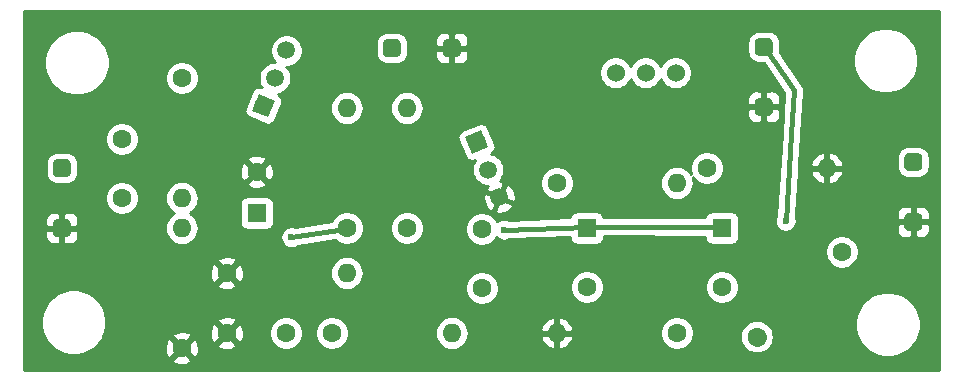
<source format=gbr>
G04 #@! TF.GenerationSoftware,KiCad,Pcbnew,(5.1.4)-1*
G04 #@! TF.CreationDate,2021-03-27T03:22:11-04:00*
G04 #@! TF.ProjectId,klark amp boards,6b6c6172-6b20-4616-9d70-20626f617264,1*
G04 #@! TF.SameCoordinates,Original*
G04 #@! TF.FileFunction,Copper,L4,Bot*
G04 #@! TF.FilePolarity,Positive*
%FSLAX46Y46*%
G04 Gerber Fmt 4.6, Leading zero omitted, Abs format (unit mm)*
G04 Created by KiCad (PCBNEW (5.1.4)-1) date 2021-03-27 03:22:11*
%MOMM*%
%LPD*%
G04 APERTURE LIST*
%ADD10C,1.500000*%
%ADD11C,0.152400*%
%ADD12C,1.524000*%
%ADD13O,1.600000X1.600000*%
%ADD14C,1.600000*%
%ADD15C,1.600000*%
%ADD16R,1.600000X1.600000*%
%ADD17C,0.600000*%
%ADD18C,0.400000*%
%ADD19C,0.254000*%
G04 APERTURE END LIST*
D10*
X167190420Y-84155280D03*
D11*
G36*
X166784523Y-85135202D02*
G01*
X166210498Y-83749383D01*
X167596317Y-83175358D01*
X168170342Y-84561177D01*
X166784523Y-85135202D01*
X166784523Y-85135202D01*
G37*
D10*
X169134452Y-88848588D03*
X168162436Y-86501934D03*
X149148800Y-81081880D03*
D11*
G36*
X150128722Y-80675983D02*
G01*
X149554697Y-82061802D01*
X148168878Y-81487777D01*
X148742903Y-80101958D01*
X150128722Y-80675983D01*
X150128722Y-80675983D01*
G37*
D10*
X151092832Y-76388572D03*
X150120816Y-78735226D03*
D11*
G36*
X191925216Y-80432746D02*
G01*
X191961619Y-80438146D01*
X191997317Y-80447087D01*
X192031966Y-80459485D01*
X192065234Y-80475220D01*
X192096799Y-80494139D01*
X192126357Y-80516061D01*
X192153625Y-80540775D01*
X192178339Y-80568043D01*
X192200261Y-80597601D01*
X192219180Y-80629166D01*
X192234915Y-80662434D01*
X192247313Y-80697083D01*
X192256254Y-80732781D01*
X192261654Y-80769184D01*
X192263460Y-80805940D01*
X192263460Y-81555940D01*
X192261654Y-81592696D01*
X192256254Y-81629099D01*
X192247313Y-81664797D01*
X192234915Y-81699446D01*
X192219180Y-81732714D01*
X192200261Y-81764279D01*
X192178339Y-81793837D01*
X192153625Y-81821105D01*
X192126357Y-81845819D01*
X192096799Y-81867741D01*
X192065234Y-81886660D01*
X192031966Y-81902395D01*
X191997317Y-81914793D01*
X191961619Y-81923734D01*
X191925216Y-81929134D01*
X191888460Y-81930940D01*
X191138460Y-81930940D01*
X191101704Y-81929134D01*
X191065301Y-81923734D01*
X191029603Y-81914793D01*
X190994954Y-81902395D01*
X190961686Y-81886660D01*
X190930121Y-81867741D01*
X190900563Y-81845819D01*
X190873295Y-81821105D01*
X190848581Y-81793837D01*
X190826659Y-81764279D01*
X190807740Y-81732714D01*
X190792005Y-81699446D01*
X190779607Y-81664797D01*
X190770666Y-81629099D01*
X190765266Y-81592696D01*
X190763460Y-81555940D01*
X190763460Y-80805940D01*
X190765266Y-80769184D01*
X190770666Y-80732781D01*
X190779607Y-80697083D01*
X190792005Y-80662434D01*
X190807740Y-80629166D01*
X190826659Y-80597601D01*
X190848581Y-80568043D01*
X190873295Y-80540775D01*
X190900563Y-80516061D01*
X190930121Y-80494139D01*
X190961686Y-80475220D01*
X190994954Y-80459485D01*
X191029603Y-80447087D01*
X191065301Y-80438146D01*
X191101704Y-80432746D01*
X191138460Y-80430940D01*
X191888460Y-80430940D01*
X191925216Y-80432746D01*
X191925216Y-80432746D01*
G37*
D10*
X191513460Y-81180940D03*
D11*
G36*
X191925216Y-75352746D02*
G01*
X191961619Y-75358146D01*
X191997317Y-75367087D01*
X192031966Y-75379485D01*
X192065234Y-75395220D01*
X192096799Y-75414139D01*
X192126357Y-75436061D01*
X192153625Y-75460775D01*
X192178339Y-75488043D01*
X192200261Y-75517601D01*
X192219180Y-75549166D01*
X192234915Y-75582434D01*
X192247313Y-75617083D01*
X192256254Y-75652781D01*
X192261654Y-75689184D01*
X192263460Y-75725940D01*
X192263460Y-76475940D01*
X192261654Y-76512696D01*
X192256254Y-76549099D01*
X192247313Y-76584797D01*
X192234915Y-76619446D01*
X192219180Y-76652714D01*
X192200261Y-76684279D01*
X192178339Y-76713837D01*
X192153625Y-76741105D01*
X192126357Y-76765819D01*
X192096799Y-76787741D01*
X192065234Y-76806660D01*
X192031966Y-76822395D01*
X191997317Y-76834793D01*
X191961619Y-76843734D01*
X191925216Y-76849134D01*
X191888460Y-76850940D01*
X191138460Y-76850940D01*
X191101704Y-76849134D01*
X191065301Y-76843734D01*
X191029603Y-76834793D01*
X190994954Y-76822395D01*
X190961686Y-76806660D01*
X190930121Y-76787741D01*
X190900563Y-76765819D01*
X190873295Y-76741105D01*
X190848581Y-76713837D01*
X190826659Y-76684279D01*
X190807740Y-76652714D01*
X190792005Y-76619446D01*
X190779607Y-76584797D01*
X190770666Y-76549099D01*
X190765266Y-76512696D01*
X190763460Y-76475940D01*
X190763460Y-75725940D01*
X190765266Y-75689184D01*
X190770666Y-75652781D01*
X190779607Y-75617083D01*
X190792005Y-75582434D01*
X190807740Y-75549166D01*
X190826659Y-75517601D01*
X190848581Y-75488043D01*
X190873295Y-75460775D01*
X190900563Y-75436061D01*
X190930121Y-75414139D01*
X190961686Y-75395220D01*
X190994954Y-75379485D01*
X191029603Y-75367087D01*
X191065301Y-75358146D01*
X191101704Y-75352746D01*
X191138460Y-75350940D01*
X191888460Y-75350940D01*
X191925216Y-75352746D01*
X191925216Y-75352746D01*
G37*
D10*
X191513460Y-76100940D03*
D11*
G36*
X165511756Y-75451806D02*
G01*
X165548159Y-75457206D01*
X165583857Y-75466147D01*
X165618506Y-75478545D01*
X165651774Y-75494280D01*
X165683339Y-75513199D01*
X165712897Y-75535121D01*
X165740165Y-75559835D01*
X165764879Y-75587103D01*
X165786801Y-75616661D01*
X165805720Y-75648226D01*
X165821455Y-75681494D01*
X165833853Y-75716143D01*
X165842794Y-75751841D01*
X165848194Y-75788244D01*
X165850000Y-75825000D01*
X165850000Y-76575000D01*
X165848194Y-76611756D01*
X165842794Y-76648159D01*
X165833853Y-76683857D01*
X165821455Y-76718506D01*
X165805720Y-76751774D01*
X165786801Y-76783339D01*
X165764879Y-76812897D01*
X165740165Y-76840165D01*
X165712897Y-76864879D01*
X165683339Y-76886801D01*
X165651774Y-76905720D01*
X165618506Y-76921455D01*
X165583857Y-76933853D01*
X165548159Y-76942794D01*
X165511756Y-76948194D01*
X165475000Y-76950000D01*
X164725000Y-76950000D01*
X164688244Y-76948194D01*
X164651841Y-76942794D01*
X164616143Y-76933853D01*
X164581494Y-76921455D01*
X164548226Y-76905720D01*
X164516661Y-76886801D01*
X164487103Y-76864879D01*
X164459835Y-76840165D01*
X164435121Y-76812897D01*
X164413199Y-76783339D01*
X164394280Y-76751774D01*
X164378545Y-76718506D01*
X164366147Y-76683857D01*
X164357206Y-76648159D01*
X164351806Y-76611756D01*
X164350000Y-76575000D01*
X164350000Y-75825000D01*
X164351806Y-75788244D01*
X164357206Y-75751841D01*
X164366147Y-75716143D01*
X164378545Y-75681494D01*
X164394280Y-75648226D01*
X164413199Y-75616661D01*
X164435121Y-75587103D01*
X164459835Y-75559835D01*
X164487103Y-75535121D01*
X164516661Y-75513199D01*
X164548226Y-75494280D01*
X164581494Y-75478545D01*
X164616143Y-75466147D01*
X164651841Y-75457206D01*
X164688244Y-75451806D01*
X164725000Y-75450000D01*
X165475000Y-75450000D01*
X165511756Y-75451806D01*
X165511756Y-75451806D01*
G37*
D10*
X165100000Y-76200000D03*
D11*
G36*
X160431756Y-75451806D02*
G01*
X160468159Y-75457206D01*
X160503857Y-75466147D01*
X160538506Y-75478545D01*
X160571774Y-75494280D01*
X160603339Y-75513199D01*
X160632897Y-75535121D01*
X160660165Y-75559835D01*
X160684879Y-75587103D01*
X160706801Y-75616661D01*
X160725720Y-75648226D01*
X160741455Y-75681494D01*
X160753853Y-75716143D01*
X160762794Y-75751841D01*
X160768194Y-75788244D01*
X160770000Y-75825000D01*
X160770000Y-76575000D01*
X160768194Y-76611756D01*
X160762794Y-76648159D01*
X160753853Y-76683857D01*
X160741455Y-76718506D01*
X160725720Y-76751774D01*
X160706801Y-76783339D01*
X160684879Y-76812897D01*
X160660165Y-76840165D01*
X160632897Y-76864879D01*
X160603339Y-76886801D01*
X160571774Y-76905720D01*
X160538506Y-76921455D01*
X160503857Y-76933853D01*
X160468159Y-76942794D01*
X160431756Y-76948194D01*
X160395000Y-76950000D01*
X159645000Y-76950000D01*
X159608244Y-76948194D01*
X159571841Y-76942794D01*
X159536143Y-76933853D01*
X159501494Y-76921455D01*
X159468226Y-76905720D01*
X159436661Y-76886801D01*
X159407103Y-76864879D01*
X159379835Y-76840165D01*
X159355121Y-76812897D01*
X159333199Y-76783339D01*
X159314280Y-76751774D01*
X159298545Y-76718506D01*
X159286147Y-76683857D01*
X159277206Y-76648159D01*
X159271806Y-76611756D01*
X159270000Y-76575000D01*
X159270000Y-75825000D01*
X159271806Y-75788244D01*
X159277206Y-75751841D01*
X159286147Y-75716143D01*
X159298545Y-75681494D01*
X159314280Y-75648226D01*
X159333199Y-75616661D01*
X159355121Y-75587103D01*
X159379835Y-75559835D01*
X159407103Y-75535121D01*
X159436661Y-75513199D01*
X159468226Y-75494280D01*
X159501494Y-75478545D01*
X159536143Y-75466147D01*
X159571841Y-75457206D01*
X159608244Y-75451806D01*
X159645000Y-75450000D01*
X160395000Y-75450000D01*
X160431756Y-75451806D01*
X160431756Y-75451806D01*
G37*
D10*
X160020000Y-76200000D03*
D12*
X178960046Y-78297120D03*
X184040046Y-78297120D03*
X181500046Y-78297120D03*
D13*
X184150000Y-87630000D03*
D14*
X173990000Y-87630000D03*
X190928175Y-100630805D03*
D15*
X190928175Y-100630805D02*
X190928175Y-100630805D01*
D14*
X198112380Y-93446600D03*
D13*
X196850000Y-86360000D03*
D14*
X186690000Y-86360000D03*
D13*
X173990000Y-100330000D03*
D14*
X184150000Y-100330000D03*
D13*
X161290000Y-81280000D03*
D14*
X161290000Y-91440000D03*
D13*
X165100000Y-100330000D03*
D14*
X154940000Y-100330000D03*
D13*
X156210000Y-95250000D03*
D14*
X146050000Y-95250000D03*
D13*
X156210000Y-81280000D03*
D14*
X156210000Y-91440000D03*
D13*
X142240000Y-91440000D03*
D14*
X142240000Y-101600000D03*
D13*
X142240000Y-88900000D03*
D14*
X142240000Y-78740000D03*
D11*
G36*
X204576956Y-90173646D02*
G01*
X204613359Y-90179046D01*
X204649057Y-90187987D01*
X204683706Y-90200385D01*
X204716974Y-90216120D01*
X204748539Y-90235039D01*
X204778097Y-90256961D01*
X204805365Y-90281675D01*
X204830079Y-90308943D01*
X204852001Y-90338501D01*
X204870920Y-90370066D01*
X204886655Y-90403334D01*
X204899053Y-90437983D01*
X204907994Y-90473681D01*
X204913394Y-90510084D01*
X204915200Y-90546840D01*
X204915200Y-91296840D01*
X204913394Y-91333596D01*
X204907994Y-91369999D01*
X204899053Y-91405697D01*
X204886655Y-91440346D01*
X204870920Y-91473614D01*
X204852001Y-91505179D01*
X204830079Y-91534737D01*
X204805365Y-91562005D01*
X204778097Y-91586719D01*
X204748539Y-91608641D01*
X204716974Y-91627560D01*
X204683706Y-91643295D01*
X204649057Y-91655693D01*
X204613359Y-91664634D01*
X204576956Y-91670034D01*
X204540200Y-91671840D01*
X203790200Y-91671840D01*
X203753444Y-91670034D01*
X203717041Y-91664634D01*
X203681343Y-91655693D01*
X203646694Y-91643295D01*
X203613426Y-91627560D01*
X203581861Y-91608641D01*
X203552303Y-91586719D01*
X203525035Y-91562005D01*
X203500321Y-91534737D01*
X203478399Y-91505179D01*
X203459480Y-91473614D01*
X203443745Y-91440346D01*
X203431347Y-91405697D01*
X203422406Y-91369999D01*
X203417006Y-91333596D01*
X203415200Y-91296840D01*
X203415200Y-90546840D01*
X203417006Y-90510084D01*
X203422406Y-90473681D01*
X203431347Y-90437983D01*
X203443745Y-90403334D01*
X203459480Y-90370066D01*
X203478399Y-90338501D01*
X203500321Y-90308943D01*
X203525035Y-90281675D01*
X203552303Y-90256961D01*
X203581861Y-90235039D01*
X203613426Y-90216120D01*
X203646694Y-90200385D01*
X203681343Y-90187987D01*
X203717041Y-90179046D01*
X203753444Y-90173646D01*
X203790200Y-90171840D01*
X204540200Y-90171840D01*
X204576956Y-90173646D01*
X204576956Y-90173646D01*
G37*
D10*
X204165200Y-90921840D03*
D11*
G36*
X204576956Y-85093646D02*
G01*
X204613359Y-85099046D01*
X204649057Y-85107987D01*
X204683706Y-85120385D01*
X204716974Y-85136120D01*
X204748539Y-85155039D01*
X204778097Y-85176961D01*
X204805365Y-85201675D01*
X204830079Y-85228943D01*
X204852001Y-85258501D01*
X204870920Y-85290066D01*
X204886655Y-85323334D01*
X204899053Y-85357983D01*
X204907994Y-85393681D01*
X204913394Y-85430084D01*
X204915200Y-85466840D01*
X204915200Y-86216840D01*
X204913394Y-86253596D01*
X204907994Y-86289999D01*
X204899053Y-86325697D01*
X204886655Y-86360346D01*
X204870920Y-86393614D01*
X204852001Y-86425179D01*
X204830079Y-86454737D01*
X204805365Y-86482005D01*
X204778097Y-86506719D01*
X204748539Y-86528641D01*
X204716974Y-86547560D01*
X204683706Y-86563295D01*
X204649057Y-86575693D01*
X204613359Y-86584634D01*
X204576956Y-86590034D01*
X204540200Y-86591840D01*
X203790200Y-86591840D01*
X203753444Y-86590034D01*
X203717041Y-86584634D01*
X203681343Y-86575693D01*
X203646694Y-86563295D01*
X203613426Y-86547560D01*
X203581861Y-86528641D01*
X203552303Y-86506719D01*
X203525035Y-86482005D01*
X203500321Y-86454737D01*
X203478399Y-86425179D01*
X203459480Y-86393614D01*
X203443745Y-86360346D01*
X203431347Y-86325697D01*
X203422406Y-86289999D01*
X203417006Y-86253596D01*
X203415200Y-86216840D01*
X203415200Y-85466840D01*
X203417006Y-85430084D01*
X203422406Y-85393681D01*
X203431347Y-85357983D01*
X203443745Y-85323334D01*
X203459480Y-85290066D01*
X203478399Y-85258501D01*
X203500321Y-85228943D01*
X203525035Y-85201675D01*
X203552303Y-85176961D01*
X203581861Y-85155039D01*
X203613426Y-85136120D01*
X203646694Y-85120385D01*
X203681343Y-85107987D01*
X203717041Y-85099046D01*
X203753444Y-85093646D01*
X203790200Y-85091840D01*
X204540200Y-85091840D01*
X204576956Y-85093646D01*
X204576956Y-85093646D01*
G37*
D10*
X204165200Y-85841840D03*
D11*
G36*
X132491756Y-90691806D02*
G01*
X132528159Y-90697206D01*
X132563857Y-90706147D01*
X132598506Y-90718545D01*
X132631774Y-90734280D01*
X132663339Y-90753199D01*
X132692897Y-90775121D01*
X132720165Y-90799835D01*
X132744879Y-90827103D01*
X132766801Y-90856661D01*
X132785720Y-90888226D01*
X132801455Y-90921494D01*
X132813853Y-90956143D01*
X132822794Y-90991841D01*
X132828194Y-91028244D01*
X132830000Y-91065000D01*
X132830000Y-91815000D01*
X132828194Y-91851756D01*
X132822794Y-91888159D01*
X132813853Y-91923857D01*
X132801455Y-91958506D01*
X132785720Y-91991774D01*
X132766801Y-92023339D01*
X132744879Y-92052897D01*
X132720165Y-92080165D01*
X132692897Y-92104879D01*
X132663339Y-92126801D01*
X132631774Y-92145720D01*
X132598506Y-92161455D01*
X132563857Y-92173853D01*
X132528159Y-92182794D01*
X132491756Y-92188194D01*
X132455000Y-92190000D01*
X131705000Y-92190000D01*
X131668244Y-92188194D01*
X131631841Y-92182794D01*
X131596143Y-92173853D01*
X131561494Y-92161455D01*
X131528226Y-92145720D01*
X131496661Y-92126801D01*
X131467103Y-92104879D01*
X131439835Y-92080165D01*
X131415121Y-92052897D01*
X131393199Y-92023339D01*
X131374280Y-91991774D01*
X131358545Y-91958506D01*
X131346147Y-91923857D01*
X131337206Y-91888159D01*
X131331806Y-91851756D01*
X131330000Y-91815000D01*
X131330000Y-91065000D01*
X131331806Y-91028244D01*
X131337206Y-90991841D01*
X131346147Y-90956143D01*
X131358545Y-90921494D01*
X131374280Y-90888226D01*
X131393199Y-90856661D01*
X131415121Y-90827103D01*
X131439835Y-90799835D01*
X131467103Y-90775121D01*
X131496661Y-90753199D01*
X131528226Y-90734280D01*
X131561494Y-90718545D01*
X131596143Y-90706147D01*
X131631841Y-90697206D01*
X131668244Y-90691806D01*
X131705000Y-90690000D01*
X132455000Y-90690000D01*
X132491756Y-90691806D01*
X132491756Y-90691806D01*
G37*
D10*
X132080000Y-91440000D03*
D11*
G36*
X132491756Y-85611806D02*
G01*
X132528159Y-85617206D01*
X132563857Y-85626147D01*
X132598506Y-85638545D01*
X132631774Y-85654280D01*
X132663339Y-85673199D01*
X132692897Y-85695121D01*
X132720165Y-85719835D01*
X132744879Y-85747103D01*
X132766801Y-85776661D01*
X132785720Y-85808226D01*
X132801455Y-85841494D01*
X132813853Y-85876143D01*
X132822794Y-85911841D01*
X132828194Y-85948244D01*
X132830000Y-85985000D01*
X132830000Y-86735000D01*
X132828194Y-86771756D01*
X132822794Y-86808159D01*
X132813853Y-86843857D01*
X132801455Y-86878506D01*
X132785720Y-86911774D01*
X132766801Y-86943339D01*
X132744879Y-86972897D01*
X132720165Y-87000165D01*
X132692897Y-87024879D01*
X132663339Y-87046801D01*
X132631774Y-87065720D01*
X132598506Y-87081455D01*
X132563857Y-87093853D01*
X132528159Y-87102794D01*
X132491756Y-87108194D01*
X132455000Y-87110000D01*
X131705000Y-87110000D01*
X131668244Y-87108194D01*
X131631841Y-87102794D01*
X131596143Y-87093853D01*
X131561494Y-87081455D01*
X131528226Y-87065720D01*
X131496661Y-87046801D01*
X131467103Y-87024879D01*
X131439835Y-87000165D01*
X131415121Y-86972897D01*
X131393199Y-86943339D01*
X131374280Y-86911774D01*
X131358545Y-86878506D01*
X131346147Y-86843857D01*
X131337206Y-86808159D01*
X131331806Y-86771756D01*
X131330000Y-86735000D01*
X131330000Y-85985000D01*
X131331806Y-85948244D01*
X131337206Y-85911841D01*
X131346147Y-85876143D01*
X131358545Y-85841494D01*
X131374280Y-85808226D01*
X131393199Y-85776661D01*
X131415121Y-85747103D01*
X131439835Y-85719835D01*
X131467103Y-85695121D01*
X131496661Y-85673199D01*
X131528226Y-85654280D01*
X131561494Y-85638545D01*
X131596143Y-85626147D01*
X131631841Y-85617206D01*
X131668244Y-85611806D01*
X131705000Y-85610000D01*
X132455000Y-85610000D01*
X132491756Y-85611806D01*
X132491756Y-85611806D01*
G37*
D10*
X132080000Y-86360000D03*
D14*
X176530000Y-96440000D03*
D16*
X176530000Y-91440000D03*
D14*
X187960000Y-96440000D03*
D16*
X187960000Y-91440000D03*
D14*
X167640000Y-91520000D03*
X167640000Y-96520000D03*
X148590000Y-86670000D03*
D16*
X148590000Y-90170000D03*
D14*
X151050000Y-100330000D03*
X146050000Y-100330000D03*
X137160000Y-83900000D03*
X137160000Y-88900000D03*
D17*
X151521160Y-92212160D03*
X169532300Y-91567000D03*
X193357500Y-90830400D03*
D18*
X151521160Y-92212160D02*
X156016960Y-91488260D01*
X156016960Y-91488260D02*
X156016960Y-91549220D01*
X169532300Y-91567000D02*
X176568100Y-91310460D01*
X176568100Y-91310460D02*
X188071760Y-91348560D01*
X193357500Y-90830400D02*
X193855340Y-83494880D01*
X193855340Y-83494880D02*
X194094100Y-79783940D01*
X194094100Y-79783940D02*
X191467740Y-75966320D01*
D19*
G36*
X206363950Y-103493950D02*
G01*
X128916050Y-103493950D01*
X128916050Y-102592702D01*
X141426903Y-102592702D01*
X141498486Y-102836671D01*
X141753996Y-102957571D01*
X142028184Y-103026300D01*
X142310512Y-103040217D01*
X142590130Y-102998787D01*
X142856292Y-102903603D01*
X142981514Y-102836671D01*
X143053097Y-102592702D01*
X142240000Y-101779605D01*
X141426903Y-102592702D01*
X128916050Y-102592702D01*
X128916050Y-99137009D01*
X130308840Y-99137009D01*
X130308840Y-99684031D01*
X130415558Y-100220541D01*
X130624894Y-100725923D01*
X130928803Y-101180754D01*
X131315606Y-101567557D01*
X131770437Y-101871466D01*
X132275819Y-102080802D01*
X132812329Y-102187520D01*
X133359351Y-102187520D01*
X133895861Y-102080802D01*
X134401243Y-101871466D01*
X134701991Y-101670512D01*
X140799783Y-101670512D01*
X140841213Y-101950130D01*
X140936397Y-102216292D01*
X141003329Y-102341514D01*
X141247298Y-102413097D01*
X142060395Y-101600000D01*
X142419605Y-101600000D01*
X143232702Y-102413097D01*
X143476671Y-102341514D01*
X143597571Y-102086004D01*
X143666300Y-101811816D01*
X143680217Y-101529488D01*
X143649579Y-101322702D01*
X145236903Y-101322702D01*
X145308486Y-101566671D01*
X145563996Y-101687571D01*
X145838184Y-101756300D01*
X146120512Y-101770217D01*
X146400130Y-101728787D01*
X146666292Y-101633603D01*
X146791514Y-101566671D01*
X146863097Y-101322702D01*
X146050000Y-100509605D01*
X145236903Y-101322702D01*
X143649579Y-101322702D01*
X143638787Y-101249870D01*
X143543603Y-100983708D01*
X143476671Y-100858486D01*
X143232702Y-100786903D01*
X142419605Y-101600000D01*
X142060395Y-101600000D01*
X141247298Y-100786903D01*
X141003329Y-100858486D01*
X140882429Y-101113996D01*
X140813700Y-101388184D01*
X140799783Y-101670512D01*
X134701991Y-101670512D01*
X134856074Y-101567557D01*
X135242877Y-101180754D01*
X135546786Y-100725923D01*
X135595922Y-100607298D01*
X141426903Y-100607298D01*
X142240000Y-101420395D01*
X143053097Y-100607298D01*
X142992424Y-100400512D01*
X144609783Y-100400512D01*
X144651213Y-100680130D01*
X144746397Y-100946292D01*
X144813329Y-101071514D01*
X145057298Y-101143097D01*
X145870395Y-100330000D01*
X146229605Y-100330000D01*
X147042702Y-101143097D01*
X147286671Y-101071514D01*
X147407571Y-100816004D01*
X147476300Y-100541816D01*
X147490217Y-100259488D01*
X147479841Y-100189453D01*
X149623000Y-100189453D01*
X149623000Y-100470547D01*
X149677838Y-100746241D01*
X149785409Y-101005938D01*
X149941576Y-101239660D01*
X150140340Y-101438424D01*
X150374062Y-101594591D01*
X150633759Y-101702162D01*
X150909453Y-101757000D01*
X151190547Y-101757000D01*
X151466241Y-101702162D01*
X151725938Y-101594591D01*
X151959660Y-101438424D01*
X152158424Y-101239660D01*
X152314591Y-101005938D01*
X152422162Y-100746241D01*
X152477000Y-100470547D01*
X152477000Y-100189453D01*
X153513000Y-100189453D01*
X153513000Y-100470547D01*
X153567838Y-100746241D01*
X153675409Y-101005938D01*
X153831576Y-101239660D01*
X154030340Y-101438424D01*
X154264062Y-101594591D01*
X154523759Y-101702162D01*
X154799453Y-101757000D01*
X155080547Y-101757000D01*
X155356241Y-101702162D01*
X155615938Y-101594591D01*
X155849660Y-101438424D01*
X156048424Y-101239660D01*
X156204591Y-101005938D01*
X156312162Y-100746241D01*
X156367000Y-100470547D01*
X156367000Y-100330000D01*
X163666096Y-100330000D01*
X163693648Y-100609741D01*
X163775245Y-100878731D01*
X163907752Y-101126634D01*
X164086077Y-101343923D01*
X164303366Y-101522248D01*
X164551269Y-101654755D01*
X164820259Y-101736352D01*
X165029902Y-101757000D01*
X165170098Y-101757000D01*
X165379741Y-101736352D01*
X165648731Y-101654755D01*
X165896634Y-101522248D01*
X166113923Y-101343923D01*
X166292248Y-101126634D01*
X166424755Y-100878731D01*
X166485330Y-100679039D01*
X172598096Y-100679039D01*
X172638754Y-100813087D01*
X172758963Y-101067420D01*
X172926481Y-101293414D01*
X173134869Y-101482385D01*
X173376119Y-101627070D01*
X173640960Y-101721909D01*
X173863000Y-101600624D01*
X173863000Y-100457000D01*
X174117000Y-100457000D01*
X174117000Y-101600624D01*
X174339040Y-101721909D01*
X174603881Y-101627070D01*
X174845131Y-101482385D01*
X175053519Y-101293414D01*
X175221037Y-101067420D01*
X175341246Y-100813087D01*
X175381904Y-100679039D01*
X175259915Y-100457000D01*
X174117000Y-100457000D01*
X173863000Y-100457000D01*
X172720085Y-100457000D01*
X172598096Y-100679039D01*
X166485330Y-100679039D01*
X166506352Y-100609741D01*
X166533904Y-100330000D01*
X166506352Y-100050259D01*
X166485331Y-99980961D01*
X172598096Y-99980961D01*
X172720085Y-100203000D01*
X173863000Y-100203000D01*
X173863000Y-99059376D01*
X174117000Y-99059376D01*
X174117000Y-100203000D01*
X175259915Y-100203000D01*
X175267357Y-100189453D01*
X182723000Y-100189453D01*
X182723000Y-100470547D01*
X182777838Y-100746241D01*
X182885409Y-101005938D01*
X183041576Y-101239660D01*
X183240340Y-101438424D01*
X183474062Y-101594591D01*
X183733759Y-101702162D01*
X184009453Y-101757000D01*
X184290547Y-101757000D01*
X184566241Y-101702162D01*
X184825938Y-101594591D01*
X185059660Y-101438424D01*
X185258424Y-101239660D01*
X185414591Y-101005938D01*
X185522162Y-100746241D01*
X185545123Y-100630805D01*
X189494271Y-100630805D01*
X189521823Y-100910546D01*
X189603420Y-101179536D01*
X189735927Y-101427439D01*
X189914252Y-101644728D01*
X190131541Y-101823053D01*
X190379444Y-101955560D01*
X190648434Y-102037157D01*
X190858077Y-102057805D01*
X190998273Y-102057805D01*
X191207916Y-102037157D01*
X191476906Y-101955560D01*
X191724809Y-101823053D01*
X191942098Y-101644728D01*
X192120423Y-101427439D01*
X192252930Y-101179536D01*
X192334527Y-100910546D01*
X192362079Y-100630805D01*
X192334527Y-100351064D01*
X192252930Y-100082074D01*
X192120423Y-99834171D01*
X191942098Y-99616882D01*
X191724809Y-99438557D01*
X191502797Y-99319889D01*
X199234280Y-99319889D01*
X199234280Y-99866911D01*
X199340998Y-100403421D01*
X199550334Y-100908803D01*
X199854243Y-101363634D01*
X200241046Y-101750437D01*
X200695877Y-102054346D01*
X201201259Y-102263682D01*
X201737769Y-102370400D01*
X202284791Y-102370400D01*
X202821301Y-102263682D01*
X203326683Y-102054346D01*
X203781514Y-101750437D01*
X204168317Y-101363634D01*
X204472226Y-100908803D01*
X204681562Y-100403421D01*
X204788280Y-99866911D01*
X204788280Y-99319889D01*
X204681562Y-98783379D01*
X204472226Y-98277997D01*
X204168317Y-97823166D01*
X203781514Y-97436363D01*
X203326683Y-97132454D01*
X202821301Y-96923118D01*
X202284791Y-96816400D01*
X201737769Y-96816400D01*
X201201259Y-96923118D01*
X200695877Y-97132454D01*
X200241046Y-97436363D01*
X199854243Y-97823166D01*
X199550334Y-98277997D01*
X199340998Y-98783379D01*
X199234280Y-99319889D01*
X191502797Y-99319889D01*
X191476906Y-99306050D01*
X191207916Y-99224453D01*
X190998273Y-99203805D01*
X190858077Y-99203805D01*
X190648434Y-99224453D01*
X190379444Y-99306050D01*
X190131541Y-99438557D01*
X189914252Y-99616882D01*
X189735927Y-99834171D01*
X189603420Y-100082074D01*
X189521823Y-100351064D01*
X189494271Y-100630805D01*
X185545123Y-100630805D01*
X185577000Y-100470547D01*
X185577000Y-100189453D01*
X185522162Y-99913759D01*
X185414591Y-99654062D01*
X185258424Y-99420340D01*
X185059660Y-99221576D01*
X184825938Y-99065409D01*
X184566241Y-98957838D01*
X184290547Y-98903000D01*
X184009453Y-98903000D01*
X183733759Y-98957838D01*
X183474062Y-99065409D01*
X183240340Y-99221576D01*
X183041576Y-99420340D01*
X182885409Y-99654062D01*
X182777838Y-99913759D01*
X182723000Y-100189453D01*
X175267357Y-100189453D01*
X175381904Y-99980961D01*
X175341246Y-99846913D01*
X175221037Y-99592580D01*
X175053519Y-99366586D01*
X174845131Y-99177615D01*
X174603881Y-99032930D01*
X174339040Y-98938091D01*
X174117000Y-99059376D01*
X173863000Y-99059376D01*
X173640960Y-98938091D01*
X173376119Y-99032930D01*
X173134869Y-99177615D01*
X172926481Y-99366586D01*
X172758963Y-99592580D01*
X172638754Y-99846913D01*
X172598096Y-99980961D01*
X166485331Y-99980961D01*
X166424755Y-99781269D01*
X166292248Y-99533366D01*
X166113923Y-99316077D01*
X165896634Y-99137752D01*
X165648731Y-99005245D01*
X165379741Y-98923648D01*
X165170098Y-98903000D01*
X165029902Y-98903000D01*
X164820259Y-98923648D01*
X164551269Y-99005245D01*
X164303366Y-99137752D01*
X164086077Y-99316077D01*
X163907752Y-99533366D01*
X163775245Y-99781269D01*
X163693648Y-100050259D01*
X163666096Y-100330000D01*
X156367000Y-100330000D01*
X156367000Y-100189453D01*
X156312162Y-99913759D01*
X156204591Y-99654062D01*
X156048424Y-99420340D01*
X155849660Y-99221576D01*
X155615938Y-99065409D01*
X155356241Y-98957838D01*
X155080547Y-98903000D01*
X154799453Y-98903000D01*
X154523759Y-98957838D01*
X154264062Y-99065409D01*
X154030340Y-99221576D01*
X153831576Y-99420340D01*
X153675409Y-99654062D01*
X153567838Y-99913759D01*
X153513000Y-100189453D01*
X152477000Y-100189453D01*
X152422162Y-99913759D01*
X152314591Y-99654062D01*
X152158424Y-99420340D01*
X151959660Y-99221576D01*
X151725938Y-99065409D01*
X151466241Y-98957838D01*
X151190547Y-98903000D01*
X150909453Y-98903000D01*
X150633759Y-98957838D01*
X150374062Y-99065409D01*
X150140340Y-99221576D01*
X149941576Y-99420340D01*
X149785409Y-99654062D01*
X149677838Y-99913759D01*
X149623000Y-100189453D01*
X147479841Y-100189453D01*
X147448787Y-99979870D01*
X147353603Y-99713708D01*
X147286671Y-99588486D01*
X147042702Y-99516903D01*
X146229605Y-100330000D01*
X145870395Y-100330000D01*
X145057298Y-99516903D01*
X144813329Y-99588486D01*
X144692429Y-99843996D01*
X144623700Y-100118184D01*
X144609783Y-100400512D01*
X142992424Y-100400512D01*
X142981514Y-100363329D01*
X142726004Y-100242429D01*
X142451816Y-100173700D01*
X142169488Y-100159783D01*
X141889870Y-100201213D01*
X141623708Y-100296397D01*
X141498486Y-100363329D01*
X141426903Y-100607298D01*
X135595922Y-100607298D01*
X135756122Y-100220541D01*
X135862840Y-99684031D01*
X135862840Y-99337298D01*
X145236903Y-99337298D01*
X146050000Y-100150395D01*
X146863097Y-99337298D01*
X146791514Y-99093329D01*
X146536004Y-98972429D01*
X146261816Y-98903700D01*
X145979488Y-98889783D01*
X145699870Y-98931213D01*
X145433708Y-99026397D01*
X145308486Y-99093329D01*
X145236903Y-99337298D01*
X135862840Y-99337298D01*
X135862840Y-99137009D01*
X135756122Y-98600499D01*
X135546786Y-98095117D01*
X135242877Y-97640286D01*
X134856074Y-97253483D01*
X134401243Y-96949574D01*
X133895861Y-96740238D01*
X133359351Y-96633520D01*
X132812329Y-96633520D01*
X132275819Y-96740238D01*
X131770437Y-96949574D01*
X131315606Y-97253483D01*
X130928803Y-97640286D01*
X130624894Y-98095117D01*
X130415558Y-98600499D01*
X130308840Y-99137009D01*
X128916050Y-99137009D01*
X128916050Y-96242702D01*
X145236903Y-96242702D01*
X145308486Y-96486671D01*
X145563996Y-96607571D01*
X145838184Y-96676300D01*
X146120512Y-96690217D01*
X146400130Y-96648787D01*
X146666292Y-96553603D01*
X146791514Y-96486671D01*
X146863097Y-96242702D01*
X146050000Y-95429605D01*
X145236903Y-96242702D01*
X128916050Y-96242702D01*
X128916050Y-95320512D01*
X144609783Y-95320512D01*
X144651213Y-95600130D01*
X144746397Y-95866292D01*
X144813329Y-95991514D01*
X145057298Y-96063097D01*
X145870395Y-95250000D01*
X146229605Y-95250000D01*
X147042702Y-96063097D01*
X147286671Y-95991514D01*
X147407571Y-95736004D01*
X147476300Y-95461816D01*
X147486741Y-95250000D01*
X154776096Y-95250000D01*
X154803648Y-95529741D01*
X154885245Y-95798731D01*
X155017752Y-96046634D01*
X155196077Y-96263923D01*
X155413366Y-96442248D01*
X155661269Y-96574755D01*
X155930259Y-96656352D01*
X156139902Y-96677000D01*
X156280098Y-96677000D01*
X156489741Y-96656352D01*
X156758731Y-96574755D01*
X157006634Y-96442248D01*
X157083149Y-96379453D01*
X166213000Y-96379453D01*
X166213000Y-96660547D01*
X166267838Y-96936241D01*
X166375409Y-97195938D01*
X166531576Y-97429660D01*
X166730340Y-97628424D01*
X166964062Y-97784591D01*
X167223759Y-97892162D01*
X167499453Y-97947000D01*
X167780547Y-97947000D01*
X168056241Y-97892162D01*
X168315938Y-97784591D01*
X168549660Y-97628424D01*
X168748424Y-97429660D01*
X168904591Y-97195938D01*
X169012162Y-96936241D01*
X169067000Y-96660547D01*
X169067000Y-96379453D01*
X169051088Y-96299453D01*
X175103000Y-96299453D01*
X175103000Y-96580547D01*
X175157838Y-96856241D01*
X175265409Y-97115938D01*
X175421576Y-97349660D01*
X175620340Y-97548424D01*
X175854062Y-97704591D01*
X176113759Y-97812162D01*
X176389453Y-97867000D01*
X176670547Y-97867000D01*
X176946241Y-97812162D01*
X177205938Y-97704591D01*
X177439660Y-97548424D01*
X177638424Y-97349660D01*
X177794591Y-97115938D01*
X177902162Y-96856241D01*
X177957000Y-96580547D01*
X177957000Y-96299453D01*
X186533000Y-96299453D01*
X186533000Y-96580547D01*
X186587838Y-96856241D01*
X186695409Y-97115938D01*
X186851576Y-97349660D01*
X187050340Y-97548424D01*
X187284062Y-97704591D01*
X187543759Y-97812162D01*
X187819453Y-97867000D01*
X188100547Y-97867000D01*
X188376241Y-97812162D01*
X188635938Y-97704591D01*
X188869660Y-97548424D01*
X189068424Y-97349660D01*
X189224591Y-97115938D01*
X189332162Y-96856241D01*
X189387000Y-96580547D01*
X189387000Y-96299453D01*
X189332162Y-96023759D01*
X189224591Y-95764062D01*
X189068424Y-95530340D01*
X188869660Y-95331576D01*
X188635938Y-95175409D01*
X188376241Y-95067838D01*
X188100547Y-95013000D01*
X187819453Y-95013000D01*
X187543759Y-95067838D01*
X187284062Y-95175409D01*
X187050340Y-95331576D01*
X186851576Y-95530340D01*
X186695409Y-95764062D01*
X186587838Y-96023759D01*
X186533000Y-96299453D01*
X177957000Y-96299453D01*
X177902162Y-96023759D01*
X177794591Y-95764062D01*
X177638424Y-95530340D01*
X177439660Y-95331576D01*
X177205938Y-95175409D01*
X176946241Y-95067838D01*
X176670547Y-95013000D01*
X176389453Y-95013000D01*
X176113759Y-95067838D01*
X175854062Y-95175409D01*
X175620340Y-95331576D01*
X175421576Y-95530340D01*
X175265409Y-95764062D01*
X175157838Y-96023759D01*
X175103000Y-96299453D01*
X169051088Y-96299453D01*
X169012162Y-96103759D01*
X168904591Y-95844062D01*
X168748424Y-95610340D01*
X168549660Y-95411576D01*
X168315938Y-95255409D01*
X168056241Y-95147838D01*
X167780547Y-95093000D01*
X167499453Y-95093000D01*
X167223759Y-95147838D01*
X166964062Y-95255409D01*
X166730340Y-95411576D01*
X166531576Y-95610340D01*
X166375409Y-95844062D01*
X166267838Y-96103759D01*
X166213000Y-96379453D01*
X157083149Y-96379453D01*
X157223923Y-96263923D01*
X157402248Y-96046634D01*
X157534755Y-95798731D01*
X157616352Y-95529741D01*
X157643904Y-95250000D01*
X157616352Y-94970259D01*
X157534755Y-94701269D01*
X157402248Y-94453366D01*
X157223923Y-94236077D01*
X157006634Y-94057752D01*
X156758731Y-93925245D01*
X156489741Y-93843648D01*
X156280098Y-93823000D01*
X156139902Y-93823000D01*
X155930259Y-93843648D01*
X155661269Y-93925245D01*
X155413366Y-94057752D01*
X155196077Y-94236077D01*
X155017752Y-94453366D01*
X154885245Y-94701269D01*
X154803648Y-94970259D01*
X154776096Y-95250000D01*
X147486741Y-95250000D01*
X147490217Y-95179488D01*
X147448787Y-94899870D01*
X147353603Y-94633708D01*
X147286671Y-94508486D01*
X147042702Y-94436903D01*
X146229605Y-95250000D01*
X145870395Y-95250000D01*
X145057298Y-94436903D01*
X144813329Y-94508486D01*
X144692429Y-94763996D01*
X144623700Y-95038184D01*
X144609783Y-95320512D01*
X128916050Y-95320512D01*
X128916050Y-94257298D01*
X145236903Y-94257298D01*
X146050000Y-95070395D01*
X146863097Y-94257298D01*
X146791514Y-94013329D01*
X146536004Y-93892429D01*
X146261816Y-93823700D01*
X145979488Y-93809783D01*
X145699870Y-93851213D01*
X145433708Y-93946397D01*
X145308486Y-94013329D01*
X145236903Y-94257298D01*
X128916050Y-94257298D01*
X128916050Y-93306053D01*
X196685380Y-93306053D01*
X196685380Y-93587147D01*
X196740218Y-93862841D01*
X196847789Y-94122538D01*
X197003956Y-94356260D01*
X197202720Y-94555024D01*
X197436442Y-94711191D01*
X197696139Y-94818762D01*
X197971833Y-94873600D01*
X198252927Y-94873600D01*
X198528621Y-94818762D01*
X198788318Y-94711191D01*
X199022040Y-94555024D01*
X199220804Y-94356260D01*
X199376971Y-94122538D01*
X199484542Y-93862841D01*
X199539380Y-93587147D01*
X199539380Y-93306053D01*
X199484542Y-93030359D01*
X199376971Y-92770662D01*
X199220804Y-92536940D01*
X199022040Y-92338176D01*
X198788318Y-92182009D01*
X198528621Y-92074438D01*
X198252927Y-92019600D01*
X197971833Y-92019600D01*
X197696139Y-92074438D01*
X197436442Y-92182009D01*
X197202720Y-92338176D01*
X197003956Y-92536940D01*
X196847789Y-92770662D01*
X196740218Y-93030359D01*
X196685380Y-93306053D01*
X128916050Y-93306053D01*
X128916050Y-92190000D01*
X130691928Y-92190000D01*
X130704188Y-92314482D01*
X130740498Y-92434180D01*
X130799463Y-92544494D01*
X130878815Y-92641185D01*
X130975506Y-92720537D01*
X131085820Y-92779502D01*
X131205518Y-92815812D01*
X131330000Y-92828072D01*
X131794250Y-92825000D01*
X131953000Y-92666250D01*
X131953000Y-91567000D01*
X132207000Y-91567000D01*
X132207000Y-92666250D01*
X132365750Y-92825000D01*
X132830000Y-92828072D01*
X132954482Y-92815812D01*
X133074180Y-92779502D01*
X133184494Y-92720537D01*
X133281185Y-92641185D01*
X133360537Y-92544494D01*
X133419502Y-92434180D01*
X133455812Y-92314482D01*
X133468072Y-92190000D01*
X133465000Y-91725750D01*
X133306250Y-91567000D01*
X132207000Y-91567000D01*
X131953000Y-91567000D01*
X130853750Y-91567000D01*
X130695000Y-91725750D01*
X130691928Y-92190000D01*
X128916050Y-92190000D01*
X128916050Y-90690000D01*
X130691928Y-90690000D01*
X130695000Y-91154250D01*
X130853750Y-91313000D01*
X131953000Y-91313000D01*
X131953000Y-90213750D01*
X132207000Y-90213750D01*
X132207000Y-91313000D01*
X133306250Y-91313000D01*
X133465000Y-91154250D01*
X133468072Y-90690000D01*
X133455812Y-90565518D01*
X133419502Y-90445820D01*
X133360537Y-90335506D01*
X133281185Y-90238815D01*
X133184494Y-90159463D01*
X133074180Y-90100498D01*
X132954482Y-90064188D01*
X132830000Y-90051928D01*
X132365750Y-90055000D01*
X132207000Y-90213750D01*
X131953000Y-90213750D01*
X131794250Y-90055000D01*
X131330000Y-90051928D01*
X131205518Y-90064188D01*
X131085820Y-90100498D01*
X130975506Y-90159463D01*
X130878815Y-90238815D01*
X130799463Y-90335506D01*
X130740498Y-90445820D01*
X130704188Y-90565518D01*
X130691928Y-90690000D01*
X128916050Y-90690000D01*
X128916050Y-88759453D01*
X135733000Y-88759453D01*
X135733000Y-89040547D01*
X135787838Y-89316241D01*
X135895409Y-89575938D01*
X136051576Y-89809660D01*
X136250340Y-90008424D01*
X136484062Y-90164591D01*
X136743759Y-90272162D01*
X137019453Y-90327000D01*
X137300547Y-90327000D01*
X137576241Y-90272162D01*
X137835938Y-90164591D01*
X138069660Y-90008424D01*
X138268424Y-89809660D01*
X138424591Y-89575938D01*
X138532162Y-89316241D01*
X138587000Y-89040547D01*
X138587000Y-88900000D01*
X140806096Y-88900000D01*
X140833648Y-89179741D01*
X140915245Y-89448731D01*
X141047752Y-89696634D01*
X141226077Y-89913923D01*
X141443366Y-90092248D01*
X141588830Y-90170000D01*
X141443366Y-90247752D01*
X141226077Y-90426077D01*
X141047752Y-90643366D01*
X140915245Y-90891269D01*
X140833648Y-91160259D01*
X140806096Y-91440000D01*
X140833648Y-91719741D01*
X140915245Y-91988731D01*
X141047752Y-92236634D01*
X141226077Y-92453923D01*
X141443366Y-92632248D01*
X141691269Y-92764755D01*
X141960259Y-92846352D01*
X142169902Y-92867000D01*
X142310098Y-92867000D01*
X142519741Y-92846352D01*
X142788731Y-92764755D01*
X143036634Y-92632248D01*
X143253923Y-92453923D01*
X143432248Y-92236634D01*
X143494131Y-92120859D01*
X150594160Y-92120859D01*
X150594160Y-92303461D01*
X150629784Y-92482556D01*
X150699664Y-92651259D01*
X150801112Y-92803088D01*
X150930232Y-92932208D01*
X151082061Y-93033656D01*
X151250764Y-93103536D01*
X151429859Y-93139160D01*
X151612461Y-93139160D01*
X151791556Y-93103536D01*
X151960259Y-93033656D01*
X152067814Y-92961791D01*
X155208072Y-92456156D01*
X155300340Y-92548424D01*
X155534062Y-92704591D01*
X155793759Y-92812162D01*
X156069453Y-92867000D01*
X156350547Y-92867000D01*
X156626241Y-92812162D01*
X156885938Y-92704591D01*
X157119660Y-92548424D01*
X157318424Y-92349660D01*
X157474591Y-92115938D01*
X157582162Y-91856241D01*
X157637000Y-91580547D01*
X157637000Y-91299453D01*
X159863000Y-91299453D01*
X159863000Y-91580547D01*
X159917838Y-91856241D01*
X160025409Y-92115938D01*
X160181576Y-92349660D01*
X160380340Y-92548424D01*
X160614062Y-92704591D01*
X160873759Y-92812162D01*
X161149453Y-92867000D01*
X161430547Y-92867000D01*
X161706241Y-92812162D01*
X161965938Y-92704591D01*
X162199660Y-92548424D01*
X162398424Y-92349660D01*
X162554591Y-92115938D01*
X162662162Y-91856241D01*
X162717000Y-91580547D01*
X162717000Y-91379453D01*
X166213000Y-91379453D01*
X166213000Y-91660547D01*
X166267838Y-91936241D01*
X166375409Y-92195938D01*
X166531576Y-92429660D01*
X166730340Y-92628424D01*
X166964062Y-92784591D01*
X167223759Y-92892162D01*
X167499453Y-92947000D01*
X167780547Y-92947000D01*
X168056241Y-92892162D01*
X168315938Y-92784591D01*
X168549660Y-92628424D01*
X168748424Y-92429660D01*
X168882830Y-92228506D01*
X168941372Y-92287048D01*
X169093201Y-92388496D01*
X169261904Y-92458376D01*
X169440999Y-92494000D01*
X169623601Y-92494000D01*
X169802696Y-92458376D01*
X169971399Y-92388496D01*
X169987161Y-92377964D01*
X175099967Y-92191540D01*
X175099967Y-92240000D01*
X175112073Y-92362913D01*
X175147925Y-92481103D01*
X175206147Y-92590028D01*
X175284499Y-92685501D01*
X175379972Y-92763853D01*
X175488897Y-92822075D01*
X175607087Y-92857927D01*
X175730000Y-92870033D01*
X177330000Y-92870033D01*
X177452913Y-92857927D01*
X177571103Y-92822075D01*
X177680028Y-92763853D01*
X177775501Y-92685501D01*
X177853853Y-92590028D01*
X177912075Y-92481103D01*
X177947927Y-92362913D01*
X177960033Y-92240000D01*
X177960033Y-92142074D01*
X186529967Y-92170458D01*
X186529967Y-92240000D01*
X186542073Y-92362913D01*
X186577925Y-92481103D01*
X186636147Y-92590028D01*
X186714499Y-92685501D01*
X186809972Y-92763853D01*
X186918897Y-92822075D01*
X187037087Y-92857927D01*
X187160000Y-92870033D01*
X188760000Y-92870033D01*
X188882913Y-92857927D01*
X189001103Y-92822075D01*
X189110028Y-92763853D01*
X189205501Y-92685501D01*
X189283853Y-92590028D01*
X189342075Y-92481103D01*
X189377927Y-92362913D01*
X189390033Y-92240000D01*
X189390033Y-90640000D01*
X189377927Y-90517087D01*
X189342075Y-90398897D01*
X189283853Y-90289972D01*
X189205501Y-90194499D01*
X189110028Y-90116147D01*
X189001103Y-90057925D01*
X188882913Y-90022073D01*
X188760000Y-90009967D01*
X187160000Y-90009967D01*
X187037087Y-90022073D01*
X186918897Y-90057925D01*
X186809972Y-90116147D01*
X186714499Y-90194499D01*
X186636147Y-90289972D01*
X186577925Y-90398897D01*
X186542254Y-90516491D01*
X177939103Y-90487996D01*
X177912075Y-90398897D01*
X177853853Y-90289972D01*
X177775501Y-90194499D01*
X177680028Y-90116147D01*
X177571103Y-90057925D01*
X177452913Y-90022073D01*
X177330000Y-90009967D01*
X175730000Y-90009967D01*
X175607087Y-90022073D01*
X175488897Y-90057925D01*
X175379972Y-90116147D01*
X175284499Y-90194499D01*
X175206147Y-90289972D01*
X175147925Y-90398897D01*
X175112073Y-90517087D01*
X175110203Y-90536069D01*
X169922443Y-90725226D01*
X169802696Y-90675624D01*
X169623601Y-90640000D01*
X169440999Y-90640000D01*
X169261904Y-90675624D01*
X169093201Y-90745504D01*
X168941372Y-90846952D01*
X168916210Y-90872114D01*
X168904591Y-90844062D01*
X168748424Y-90610340D01*
X168549660Y-90411576D01*
X168315938Y-90255409D01*
X168056241Y-90147838D01*
X167780547Y-90093000D01*
X167499453Y-90093000D01*
X167223759Y-90147838D01*
X166964062Y-90255409D01*
X166730340Y-90411576D01*
X166531576Y-90610340D01*
X166375409Y-90844062D01*
X166267838Y-91103759D01*
X166213000Y-91379453D01*
X162717000Y-91379453D01*
X162717000Y-91299453D01*
X162662162Y-91023759D01*
X162554591Y-90764062D01*
X162398424Y-90530340D01*
X162199660Y-90331576D01*
X161965938Y-90175409D01*
X161706241Y-90067838D01*
X161517160Y-90030228D01*
X168782464Y-90030228D01*
X168934413Y-90225837D01*
X169206944Y-90238400D01*
X169476690Y-90197553D01*
X169733284Y-90104865D01*
X169966865Y-89963900D01*
X170168457Y-89780074D01*
X170249763Y-89681001D01*
X170218891Y-89435241D01*
X169203184Y-89014521D01*
X168782464Y-90030228D01*
X161517160Y-90030228D01*
X161430547Y-90013000D01*
X161149453Y-90013000D01*
X160873759Y-90067838D01*
X160614062Y-90175409D01*
X160380340Y-90331576D01*
X160181576Y-90530340D01*
X160025409Y-90764062D01*
X159917838Y-91023759D01*
X159863000Y-91299453D01*
X157637000Y-91299453D01*
X157582162Y-91023759D01*
X157474591Y-90764062D01*
X157318424Y-90530340D01*
X157119660Y-90331576D01*
X156885938Y-90175409D01*
X156626241Y-90067838D01*
X156350547Y-90013000D01*
X156069453Y-90013000D01*
X155793759Y-90067838D01*
X155534062Y-90175409D01*
X155300340Y-90331576D01*
X155101576Y-90530340D01*
X154945409Y-90764062D01*
X154919186Y-90827369D01*
X151809264Y-91328119D01*
X151791556Y-91320784D01*
X151612461Y-91285160D01*
X151429859Y-91285160D01*
X151250764Y-91320784D01*
X151082061Y-91390664D01*
X150930232Y-91492112D01*
X150801112Y-91621232D01*
X150699664Y-91773061D01*
X150629784Y-91941764D01*
X150594160Y-92120859D01*
X143494131Y-92120859D01*
X143564755Y-91988731D01*
X143646352Y-91719741D01*
X143673904Y-91440000D01*
X143646352Y-91160259D01*
X143564755Y-90891269D01*
X143432248Y-90643366D01*
X143253923Y-90426077D01*
X143036634Y-90247752D01*
X142891170Y-90170000D01*
X143036634Y-90092248D01*
X143253923Y-89913923D01*
X143432248Y-89696634D01*
X143564755Y-89448731D01*
X143588637Y-89370000D01*
X147159967Y-89370000D01*
X147159967Y-90970000D01*
X147172073Y-91092913D01*
X147207925Y-91211103D01*
X147266147Y-91320028D01*
X147344499Y-91415501D01*
X147439972Y-91493853D01*
X147548897Y-91552075D01*
X147667087Y-91587927D01*
X147790000Y-91600033D01*
X149390000Y-91600033D01*
X149512913Y-91587927D01*
X149631103Y-91552075D01*
X149740028Y-91493853D01*
X149835501Y-91415501D01*
X149913853Y-91320028D01*
X149972075Y-91211103D01*
X150007927Y-91092913D01*
X150020033Y-90970000D01*
X150020033Y-89370000D01*
X150007927Y-89247087D01*
X149972075Y-89128897D01*
X149913853Y-89019972D01*
X149835501Y-88924499D01*
X149831335Y-88921080D01*
X167744640Y-88921080D01*
X167785487Y-89190826D01*
X167878175Y-89447420D01*
X168019140Y-89681001D01*
X168202966Y-89882593D01*
X168302039Y-89963899D01*
X168547799Y-89933027D01*
X168968519Y-88917320D01*
X167952812Y-88496600D01*
X167757203Y-88648549D01*
X167744640Y-88921080D01*
X149831335Y-88921080D01*
X149740028Y-88846147D01*
X149631103Y-88787925D01*
X149512913Y-88752073D01*
X149390000Y-88739967D01*
X147790000Y-88739967D01*
X147667087Y-88752073D01*
X147548897Y-88787925D01*
X147439972Y-88846147D01*
X147344499Y-88924499D01*
X147266147Y-89019972D01*
X147207925Y-89128897D01*
X147172073Y-89247087D01*
X147159967Y-89370000D01*
X143588637Y-89370000D01*
X143646352Y-89179741D01*
X143673904Y-88900000D01*
X143646352Y-88620259D01*
X143564755Y-88351269D01*
X143432248Y-88103366D01*
X143253923Y-87886077D01*
X143036634Y-87707752D01*
X142952352Y-87662702D01*
X147776903Y-87662702D01*
X147848486Y-87906671D01*
X148103996Y-88027571D01*
X148378184Y-88096300D01*
X148660512Y-88110217D01*
X148940130Y-88068787D01*
X149206292Y-87973603D01*
X149331514Y-87906671D01*
X149403097Y-87662702D01*
X148590000Y-86849605D01*
X147776903Y-87662702D01*
X142952352Y-87662702D01*
X142788731Y-87575245D01*
X142519741Y-87493648D01*
X142310098Y-87473000D01*
X142169902Y-87473000D01*
X141960259Y-87493648D01*
X141691269Y-87575245D01*
X141443366Y-87707752D01*
X141226077Y-87886077D01*
X141047752Y-88103366D01*
X140915245Y-88351269D01*
X140833648Y-88620259D01*
X140806096Y-88900000D01*
X138587000Y-88900000D01*
X138587000Y-88759453D01*
X138532162Y-88483759D01*
X138424591Y-88224062D01*
X138268424Y-87990340D01*
X138069660Y-87791576D01*
X137835938Y-87635409D01*
X137576241Y-87527838D01*
X137300547Y-87473000D01*
X137019453Y-87473000D01*
X136743759Y-87527838D01*
X136484062Y-87635409D01*
X136250340Y-87791576D01*
X136051576Y-87990340D01*
X135895409Y-88224062D01*
X135787838Y-88483759D01*
X135733000Y-88759453D01*
X128916050Y-88759453D01*
X128916050Y-85985000D01*
X130699967Y-85985000D01*
X130699967Y-86735000D01*
X130719278Y-86931072D01*
X130776471Y-87119609D01*
X130869346Y-87293366D01*
X130994334Y-87445666D01*
X131146634Y-87570654D01*
X131320391Y-87663529D01*
X131508928Y-87720722D01*
X131705000Y-87740033D01*
X132455000Y-87740033D01*
X132651072Y-87720722D01*
X132839609Y-87663529D01*
X133013366Y-87570654D01*
X133165666Y-87445666D01*
X133290654Y-87293366D01*
X133383529Y-87119609D01*
X133440722Y-86931072D01*
X133459490Y-86740512D01*
X147149783Y-86740512D01*
X147191213Y-87020130D01*
X147286397Y-87286292D01*
X147353329Y-87411514D01*
X147597298Y-87483097D01*
X148410395Y-86670000D01*
X148769605Y-86670000D01*
X149582702Y-87483097D01*
X149826671Y-87411514D01*
X149947571Y-87156004D01*
X150016300Y-86881816D01*
X150030217Y-86599488D01*
X149988787Y-86319870D01*
X149893603Y-86053708D01*
X149826671Y-85928486D01*
X149582702Y-85856903D01*
X148769605Y-86670000D01*
X148410395Y-86670000D01*
X147597298Y-85856903D01*
X147353329Y-85928486D01*
X147232429Y-86183996D01*
X147163700Y-86458184D01*
X147149783Y-86740512D01*
X133459490Y-86740512D01*
X133460033Y-86735000D01*
X133460033Y-85985000D01*
X133440722Y-85788928D01*
X133406859Y-85677298D01*
X147776903Y-85677298D01*
X148590000Y-86490395D01*
X149403097Y-85677298D01*
X149331514Y-85433329D01*
X149076004Y-85312429D01*
X148801816Y-85243700D01*
X148519488Y-85229783D01*
X148239870Y-85271213D01*
X147973708Y-85366397D01*
X147848486Y-85433329D01*
X147776903Y-85677298D01*
X133406859Y-85677298D01*
X133383529Y-85600391D01*
X133290654Y-85426634D01*
X133165666Y-85274334D01*
X133013366Y-85149346D01*
X132839609Y-85056471D01*
X132651072Y-84999278D01*
X132455000Y-84979967D01*
X131705000Y-84979967D01*
X131508928Y-84999278D01*
X131320391Y-85056471D01*
X131146634Y-85149346D01*
X130994334Y-85274334D01*
X130869346Y-85426634D01*
X130776471Y-85600391D01*
X130719278Y-85788928D01*
X130699967Y-85985000D01*
X128916050Y-85985000D01*
X128916050Y-83759453D01*
X135733000Y-83759453D01*
X135733000Y-84040547D01*
X135787838Y-84316241D01*
X135895409Y-84575938D01*
X136051576Y-84809660D01*
X136250340Y-85008424D01*
X136484062Y-85164591D01*
X136743759Y-85272162D01*
X137019453Y-85327000D01*
X137300547Y-85327000D01*
X137576241Y-85272162D01*
X137835938Y-85164591D01*
X138069660Y-85008424D01*
X138268424Y-84809660D01*
X138424591Y-84575938D01*
X138532162Y-84316241D01*
X138587000Y-84040547D01*
X138587000Y-83759453D01*
X138584997Y-83749383D01*
X165580465Y-83749383D01*
X165592571Y-83872296D01*
X165628423Y-83990486D01*
X166202448Y-85376305D01*
X166260670Y-85485230D01*
X166339022Y-85580703D01*
X166434495Y-85659055D01*
X166543420Y-85717277D01*
X166661610Y-85753129D01*
X166784523Y-85765235D01*
X166907436Y-85753129D01*
X167025626Y-85717277D01*
X167032535Y-85714415D01*
X166942154Y-85849680D01*
X166838353Y-86100278D01*
X166785436Y-86366311D01*
X166785436Y-86637557D01*
X166838353Y-86903590D01*
X166942154Y-87154188D01*
X167092850Y-87379721D01*
X167284649Y-87571520D01*
X167510182Y-87722216D01*
X167760780Y-87826017D01*
X168026813Y-87878934D01*
X168136812Y-87878934D01*
X168061001Y-87954745D01*
X168065699Y-87959443D01*
X168019141Y-88016175D01*
X168050013Y-88261935D01*
X168593177Y-88486921D01*
X168940703Y-88834447D01*
X168995294Y-88779856D01*
X169300385Y-88779856D01*
X170316092Y-89200576D01*
X170511701Y-89048627D01*
X170524264Y-88776096D01*
X170483417Y-88506350D01*
X170390729Y-88249756D01*
X170249764Y-88016175D01*
X170065938Y-87814583D01*
X169966865Y-87733277D01*
X169721105Y-87764149D01*
X169300385Y-88779856D01*
X168995294Y-88779856D01*
X169120311Y-88654839D01*
X169089856Y-88624384D01*
X169486440Y-87666948D01*
X169348562Y-87489453D01*
X172563000Y-87489453D01*
X172563000Y-87770547D01*
X172617838Y-88046241D01*
X172725409Y-88305938D01*
X172881576Y-88539660D01*
X173080340Y-88738424D01*
X173314062Y-88894591D01*
X173573759Y-89002162D01*
X173849453Y-89057000D01*
X174130547Y-89057000D01*
X174406241Y-89002162D01*
X174665938Y-88894591D01*
X174899660Y-88738424D01*
X175098424Y-88539660D01*
X175254591Y-88305938D01*
X175362162Y-88046241D01*
X175417000Y-87770547D01*
X175417000Y-87630000D01*
X182716096Y-87630000D01*
X182743648Y-87909741D01*
X182825245Y-88178731D01*
X182957752Y-88426634D01*
X183136077Y-88643923D01*
X183353366Y-88822248D01*
X183601269Y-88954755D01*
X183870259Y-89036352D01*
X184079902Y-89057000D01*
X184220098Y-89057000D01*
X184429741Y-89036352D01*
X184698731Y-88954755D01*
X184946634Y-88822248D01*
X185163923Y-88643923D01*
X185342248Y-88426634D01*
X185474755Y-88178731D01*
X185556352Y-87909741D01*
X185583904Y-87630000D01*
X185556352Y-87350259D01*
X185490600Y-87133505D01*
X185581576Y-87269660D01*
X185780340Y-87468424D01*
X186014062Y-87624591D01*
X186273759Y-87732162D01*
X186549453Y-87787000D01*
X186830547Y-87787000D01*
X187106241Y-87732162D01*
X187365938Y-87624591D01*
X187599660Y-87468424D01*
X187798424Y-87269660D01*
X187954591Y-87035938D01*
X188062162Y-86776241D01*
X188117000Y-86500547D01*
X188117000Y-86219453D01*
X188062162Y-85943759D01*
X187954591Y-85684062D01*
X187798424Y-85450340D01*
X187599660Y-85251576D01*
X187365938Y-85095409D01*
X187106241Y-84987838D01*
X186830547Y-84933000D01*
X186549453Y-84933000D01*
X186273759Y-84987838D01*
X186014062Y-85095409D01*
X185780340Y-85251576D01*
X185581576Y-85450340D01*
X185425409Y-85684062D01*
X185317838Y-85943759D01*
X185263000Y-86219453D01*
X185263000Y-86500547D01*
X185317838Y-86776241D01*
X185340738Y-86831526D01*
X185163923Y-86616077D01*
X184946634Y-86437752D01*
X184698731Y-86305245D01*
X184429741Y-86223648D01*
X184220098Y-86203000D01*
X184079902Y-86203000D01*
X183870259Y-86223648D01*
X183601269Y-86305245D01*
X183353366Y-86437752D01*
X183136077Y-86616077D01*
X182957752Y-86833366D01*
X182825245Y-87081269D01*
X182743648Y-87350259D01*
X182716096Y-87630000D01*
X175417000Y-87630000D01*
X175417000Y-87489453D01*
X175362162Y-87213759D01*
X175254591Y-86954062D01*
X175098424Y-86720340D01*
X174899660Y-86521576D01*
X174665938Y-86365409D01*
X174406241Y-86257838D01*
X174130547Y-86203000D01*
X173849453Y-86203000D01*
X173573759Y-86257838D01*
X173314062Y-86365409D01*
X173080340Y-86521576D01*
X172881576Y-86720340D01*
X172725409Y-86954062D01*
X172617838Y-87213759D01*
X172563000Y-87489453D01*
X169348562Y-87489453D01*
X169334491Y-87471339D01*
X169148957Y-87462786D01*
X169232022Y-87379721D01*
X169382718Y-87154188D01*
X169486519Y-86903590D01*
X169539436Y-86637557D01*
X169539436Y-86366311D01*
X169486519Y-86100278D01*
X169382718Y-85849680D01*
X169232022Y-85624147D01*
X169040223Y-85432348D01*
X168814690Y-85281652D01*
X168564092Y-85177851D01*
X168404537Y-85146114D01*
X168411445Y-85143252D01*
X168520370Y-85085030D01*
X168615843Y-85006678D01*
X168694195Y-84911205D01*
X168752417Y-84802280D01*
X168788269Y-84684090D01*
X168800375Y-84561177D01*
X168788269Y-84438264D01*
X168752417Y-84320074D01*
X168178392Y-82934255D01*
X168120170Y-82825330D01*
X168041818Y-82729857D01*
X167946345Y-82651505D01*
X167837420Y-82593283D01*
X167719230Y-82557431D01*
X167596317Y-82545325D01*
X167473404Y-82557431D01*
X167355214Y-82593283D01*
X165969395Y-83167308D01*
X165860470Y-83225530D01*
X165764997Y-83303882D01*
X165686645Y-83399355D01*
X165628423Y-83508280D01*
X165592571Y-83626470D01*
X165580465Y-83749383D01*
X138584997Y-83749383D01*
X138532162Y-83483759D01*
X138424591Y-83224062D01*
X138268424Y-82990340D01*
X138069660Y-82791576D01*
X137835938Y-82635409D01*
X137576241Y-82527838D01*
X137300547Y-82473000D01*
X137019453Y-82473000D01*
X136743759Y-82527838D01*
X136484062Y-82635409D01*
X136250340Y-82791576D01*
X136051576Y-82990340D01*
X135895409Y-83224062D01*
X135787838Y-83483759D01*
X135733000Y-83759453D01*
X128916050Y-83759453D01*
X128916050Y-81487777D01*
X147538845Y-81487777D01*
X147550951Y-81610690D01*
X147586803Y-81728880D01*
X147645025Y-81837805D01*
X147723377Y-81933278D01*
X147818850Y-82011630D01*
X147927775Y-82069852D01*
X149313594Y-82643877D01*
X149431784Y-82679729D01*
X149554697Y-82691835D01*
X149677610Y-82679729D01*
X149795800Y-82643877D01*
X149904725Y-82585655D01*
X150000198Y-82507303D01*
X150078550Y-82411830D01*
X150136772Y-82302905D01*
X150560473Y-81280000D01*
X154776096Y-81280000D01*
X154803648Y-81559741D01*
X154885245Y-81828731D01*
X155017752Y-82076634D01*
X155196077Y-82293923D01*
X155413366Y-82472248D01*
X155661269Y-82604755D01*
X155930259Y-82686352D01*
X156139902Y-82707000D01*
X156280098Y-82707000D01*
X156489741Y-82686352D01*
X156758731Y-82604755D01*
X157006634Y-82472248D01*
X157223923Y-82293923D01*
X157402248Y-82076634D01*
X157534755Y-81828731D01*
X157616352Y-81559741D01*
X157643904Y-81280000D01*
X159856096Y-81280000D01*
X159883648Y-81559741D01*
X159965245Y-81828731D01*
X160097752Y-82076634D01*
X160276077Y-82293923D01*
X160493366Y-82472248D01*
X160741269Y-82604755D01*
X161010259Y-82686352D01*
X161219902Y-82707000D01*
X161360098Y-82707000D01*
X161569741Y-82686352D01*
X161838731Y-82604755D01*
X162086634Y-82472248D01*
X162303923Y-82293923D01*
X162482248Y-82076634D01*
X162560123Y-81930940D01*
X190125388Y-81930940D01*
X190137648Y-82055422D01*
X190173958Y-82175120D01*
X190232923Y-82285434D01*
X190312275Y-82382125D01*
X190408966Y-82461477D01*
X190519280Y-82520442D01*
X190638978Y-82556752D01*
X190763460Y-82569012D01*
X191227710Y-82565940D01*
X191386460Y-82407190D01*
X191386460Y-81307940D01*
X191640460Y-81307940D01*
X191640460Y-82407190D01*
X191799210Y-82565940D01*
X192263460Y-82569012D01*
X192387942Y-82556752D01*
X192507640Y-82520442D01*
X192617954Y-82461477D01*
X192714645Y-82382125D01*
X192793997Y-82285434D01*
X192852962Y-82175120D01*
X192889272Y-82055422D01*
X192901532Y-81930940D01*
X192898460Y-81466690D01*
X192739710Y-81307940D01*
X191640460Y-81307940D01*
X191386460Y-81307940D01*
X190287210Y-81307940D01*
X190128460Y-81466690D01*
X190125388Y-81930940D01*
X162560123Y-81930940D01*
X162614755Y-81828731D01*
X162696352Y-81559741D01*
X162723904Y-81280000D01*
X162696352Y-81000259D01*
X162614755Y-80731269D01*
X162482248Y-80483366D01*
X162439223Y-80430940D01*
X190125388Y-80430940D01*
X190128460Y-80895190D01*
X190287210Y-81053940D01*
X191386460Y-81053940D01*
X191386460Y-79954690D01*
X191640460Y-79954690D01*
X191640460Y-81053940D01*
X192739710Y-81053940D01*
X192898460Y-80895190D01*
X192901532Y-80430940D01*
X192889272Y-80306458D01*
X192852962Y-80186760D01*
X192793997Y-80076446D01*
X192714645Y-79979755D01*
X192617954Y-79900403D01*
X192507640Y-79841438D01*
X192387942Y-79805128D01*
X192263460Y-79792868D01*
X191799210Y-79795940D01*
X191640460Y-79954690D01*
X191386460Y-79954690D01*
X191227710Y-79795940D01*
X190763460Y-79792868D01*
X190638978Y-79805128D01*
X190519280Y-79841438D01*
X190408966Y-79900403D01*
X190312275Y-79979755D01*
X190232923Y-80076446D01*
X190173958Y-80186760D01*
X190137648Y-80306458D01*
X190125388Y-80430940D01*
X162439223Y-80430940D01*
X162303923Y-80266077D01*
X162086634Y-80087752D01*
X161838731Y-79955245D01*
X161569741Y-79873648D01*
X161360098Y-79853000D01*
X161219902Y-79853000D01*
X161010259Y-79873648D01*
X160741269Y-79955245D01*
X160493366Y-80087752D01*
X160276077Y-80266077D01*
X160097752Y-80483366D01*
X159965245Y-80731269D01*
X159883648Y-81000259D01*
X159856096Y-81280000D01*
X157643904Y-81280000D01*
X157616352Y-81000259D01*
X157534755Y-80731269D01*
X157402248Y-80483366D01*
X157223923Y-80266077D01*
X157006634Y-80087752D01*
X156758731Y-79955245D01*
X156489741Y-79873648D01*
X156280098Y-79853000D01*
X156139902Y-79853000D01*
X155930259Y-79873648D01*
X155661269Y-79955245D01*
X155413366Y-80087752D01*
X155196077Y-80266077D01*
X155017752Y-80483366D01*
X154885245Y-80731269D01*
X154803648Y-81000259D01*
X154776096Y-81280000D01*
X150560473Y-81280000D01*
X150710797Y-80917086D01*
X150746649Y-80798896D01*
X150758755Y-80675983D01*
X150746649Y-80553070D01*
X150710797Y-80434880D01*
X150652575Y-80325955D01*
X150574223Y-80230482D01*
X150478750Y-80152130D01*
X150369825Y-80093908D01*
X150362917Y-80091046D01*
X150522472Y-80059309D01*
X150773070Y-79955508D01*
X150998603Y-79804812D01*
X151190402Y-79613013D01*
X151341098Y-79387480D01*
X151444899Y-79136882D01*
X151497816Y-78870849D01*
X151497816Y-78599603D01*
X151444899Y-78333570D01*
X151373135Y-78160315D01*
X177571046Y-78160315D01*
X177571046Y-78433925D01*
X177624424Y-78702276D01*
X177729130Y-78955058D01*
X177881139Y-79182556D01*
X178074610Y-79376027D01*
X178302108Y-79528036D01*
X178554890Y-79632742D01*
X178823241Y-79686120D01*
X179096851Y-79686120D01*
X179365202Y-79632742D01*
X179617984Y-79528036D01*
X179845482Y-79376027D01*
X180038953Y-79182556D01*
X180190962Y-78955058D01*
X180230046Y-78860701D01*
X180269130Y-78955058D01*
X180421139Y-79182556D01*
X180614610Y-79376027D01*
X180842108Y-79528036D01*
X181094890Y-79632742D01*
X181363241Y-79686120D01*
X181636851Y-79686120D01*
X181905202Y-79632742D01*
X182157984Y-79528036D01*
X182385482Y-79376027D01*
X182578953Y-79182556D01*
X182730962Y-78955058D01*
X182770046Y-78860701D01*
X182809130Y-78955058D01*
X182961139Y-79182556D01*
X183154610Y-79376027D01*
X183382108Y-79528036D01*
X183634890Y-79632742D01*
X183903241Y-79686120D01*
X184176851Y-79686120D01*
X184445202Y-79632742D01*
X184697984Y-79528036D01*
X184925482Y-79376027D01*
X185118953Y-79182556D01*
X185270962Y-78955058D01*
X185375668Y-78702276D01*
X185429046Y-78433925D01*
X185429046Y-78160315D01*
X185375668Y-77891964D01*
X185270962Y-77639182D01*
X185118953Y-77411684D01*
X184925482Y-77218213D01*
X184697984Y-77066204D01*
X184445202Y-76961498D01*
X184176851Y-76908120D01*
X183903241Y-76908120D01*
X183634890Y-76961498D01*
X183382108Y-77066204D01*
X183154610Y-77218213D01*
X182961139Y-77411684D01*
X182809130Y-77639182D01*
X182770046Y-77733539D01*
X182730962Y-77639182D01*
X182578953Y-77411684D01*
X182385482Y-77218213D01*
X182157984Y-77066204D01*
X181905202Y-76961498D01*
X181636851Y-76908120D01*
X181363241Y-76908120D01*
X181094890Y-76961498D01*
X180842108Y-77066204D01*
X180614610Y-77218213D01*
X180421139Y-77411684D01*
X180269130Y-77639182D01*
X180230046Y-77733539D01*
X180190962Y-77639182D01*
X180038953Y-77411684D01*
X179845482Y-77218213D01*
X179617984Y-77066204D01*
X179365202Y-76961498D01*
X179096851Y-76908120D01*
X178823241Y-76908120D01*
X178554890Y-76961498D01*
X178302108Y-77066204D01*
X178074610Y-77218213D01*
X177881139Y-77411684D01*
X177729130Y-77639182D01*
X177624424Y-77891964D01*
X177571046Y-78160315D01*
X151373135Y-78160315D01*
X151341098Y-78082972D01*
X151190402Y-77857439D01*
X151098535Y-77765572D01*
X151228455Y-77765572D01*
X151494488Y-77712655D01*
X151745086Y-77608854D01*
X151970619Y-77458158D01*
X152162418Y-77266359D01*
X152313114Y-77040826D01*
X152416915Y-76790228D01*
X152469832Y-76524195D01*
X152469832Y-76252949D01*
X152416915Y-75986916D01*
X152349848Y-75825000D01*
X158639967Y-75825000D01*
X158639967Y-76575000D01*
X158659278Y-76771072D01*
X158716471Y-76959609D01*
X158809346Y-77133366D01*
X158934334Y-77285666D01*
X159086634Y-77410654D01*
X159260391Y-77503529D01*
X159448928Y-77560722D01*
X159645000Y-77580033D01*
X160395000Y-77580033D01*
X160591072Y-77560722D01*
X160779609Y-77503529D01*
X160953366Y-77410654D01*
X161105666Y-77285666D01*
X161230654Y-77133366D01*
X161323529Y-76959609D01*
X161326443Y-76950000D01*
X163711928Y-76950000D01*
X163724188Y-77074482D01*
X163760498Y-77194180D01*
X163819463Y-77304494D01*
X163898815Y-77401185D01*
X163995506Y-77480537D01*
X164105820Y-77539502D01*
X164225518Y-77575812D01*
X164350000Y-77588072D01*
X164814250Y-77585000D01*
X164973000Y-77426250D01*
X164973000Y-76327000D01*
X165227000Y-76327000D01*
X165227000Y-77426250D01*
X165385750Y-77585000D01*
X165850000Y-77588072D01*
X165974482Y-77575812D01*
X166094180Y-77539502D01*
X166204494Y-77480537D01*
X166301185Y-77401185D01*
X166380537Y-77304494D01*
X166439502Y-77194180D01*
X166475812Y-77074482D01*
X166488072Y-76950000D01*
X166485000Y-76485750D01*
X166326250Y-76327000D01*
X165227000Y-76327000D01*
X164973000Y-76327000D01*
X163873750Y-76327000D01*
X163715000Y-76485750D01*
X163711928Y-76950000D01*
X161326443Y-76950000D01*
X161380722Y-76771072D01*
X161400033Y-76575000D01*
X161400033Y-75825000D01*
X161380722Y-75628928D01*
X161326444Y-75450000D01*
X163711928Y-75450000D01*
X163715000Y-75914250D01*
X163873750Y-76073000D01*
X164973000Y-76073000D01*
X164973000Y-74973750D01*
X165227000Y-74973750D01*
X165227000Y-76073000D01*
X166326250Y-76073000D01*
X166485000Y-75914250D01*
X166486246Y-75725940D01*
X190133427Y-75725940D01*
X190133427Y-76475940D01*
X190152738Y-76672012D01*
X190209931Y-76860549D01*
X190302806Y-77034306D01*
X190427794Y-77186606D01*
X190580094Y-77311594D01*
X190753851Y-77404469D01*
X190942388Y-77461662D01*
X191138460Y-77480973D01*
X191505953Y-77480973D01*
X193250416Y-80016686D01*
X193030151Y-83440163D01*
X192560931Y-90353996D01*
X192536004Y-90391301D01*
X192466124Y-90560004D01*
X192430500Y-90739099D01*
X192430500Y-90921701D01*
X192466124Y-91100796D01*
X192536004Y-91269499D01*
X192637452Y-91421328D01*
X192766572Y-91550448D01*
X192918401Y-91651896D01*
X193087104Y-91721776D01*
X193266199Y-91757400D01*
X193448801Y-91757400D01*
X193627896Y-91721776D01*
X193748450Y-91671840D01*
X202777128Y-91671840D01*
X202789388Y-91796322D01*
X202825698Y-91916020D01*
X202884663Y-92026334D01*
X202964015Y-92123025D01*
X203060706Y-92202377D01*
X203171020Y-92261342D01*
X203290718Y-92297652D01*
X203415200Y-92309912D01*
X203879450Y-92306840D01*
X204038200Y-92148090D01*
X204038200Y-91048840D01*
X204292200Y-91048840D01*
X204292200Y-92148090D01*
X204450950Y-92306840D01*
X204915200Y-92309912D01*
X205039682Y-92297652D01*
X205159380Y-92261342D01*
X205269694Y-92202377D01*
X205366385Y-92123025D01*
X205445737Y-92026334D01*
X205504702Y-91916020D01*
X205541012Y-91796322D01*
X205553272Y-91671840D01*
X205550200Y-91207590D01*
X205391450Y-91048840D01*
X204292200Y-91048840D01*
X204038200Y-91048840D01*
X202938950Y-91048840D01*
X202780200Y-91207590D01*
X202777128Y-91671840D01*
X193748450Y-91671840D01*
X193796599Y-91651896D01*
X193948428Y-91550448D01*
X194077548Y-91421328D01*
X194178996Y-91269499D01*
X194248876Y-91100796D01*
X194284500Y-90921701D01*
X194284500Y-90739099D01*
X194248876Y-90560004D01*
X194210965Y-90468479D01*
X194231096Y-90171840D01*
X202777128Y-90171840D01*
X202780200Y-90636090D01*
X202938950Y-90794840D01*
X204038200Y-90794840D01*
X204038200Y-89695590D01*
X204292200Y-89695590D01*
X204292200Y-90794840D01*
X205391450Y-90794840D01*
X205550200Y-90636090D01*
X205553272Y-90171840D01*
X205541012Y-90047358D01*
X205504702Y-89927660D01*
X205445737Y-89817346D01*
X205366385Y-89720655D01*
X205269694Y-89641303D01*
X205159380Y-89582338D01*
X205039682Y-89546028D01*
X204915200Y-89533768D01*
X204450950Y-89536840D01*
X204292200Y-89695590D01*
X204038200Y-89695590D01*
X203879450Y-89536840D01*
X203415200Y-89533768D01*
X203290718Y-89546028D01*
X203171020Y-89582338D01*
X203060706Y-89641303D01*
X202964015Y-89720655D01*
X202884663Y-89817346D01*
X202825698Y-89927660D01*
X202789388Y-90047358D01*
X202777128Y-90171840D01*
X194231096Y-90171840D01*
X194466106Y-86709039D01*
X195458096Y-86709039D01*
X195498754Y-86843087D01*
X195618963Y-87097420D01*
X195786481Y-87323414D01*
X195994869Y-87512385D01*
X196236119Y-87657070D01*
X196500960Y-87751909D01*
X196723000Y-87630624D01*
X196723000Y-86487000D01*
X196977000Y-86487000D01*
X196977000Y-87630624D01*
X197199040Y-87751909D01*
X197463881Y-87657070D01*
X197705131Y-87512385D01*
X197913519Y-87323414D01*
X198081037Y-87097420D01*
X198201246Y-86843087D01*
X198241904Y-86709039D01*
X198119915Y-86487000D01*
X196977000Y-86487000D01*
X196723000Y-86487000D01*
X195580085Y-86487000D01*
X195458096Y-86709039D01*
X194466106Y-86709039D01*
X194513482Y-86010961D01*
X195458096Y-86010961D01*
X195580085Y-86233000D01*
X196723000Y-86233000D01*
X196723000Y-85089376D01*
X196977000Y-85089376D01*
X196977000Y-86233000D01*
X198119915Y-86233000D01*
X198241904Y-86010961D01*
X198201246Y-85876913D01*
X198081037Y-85622580D01*
X197965595Y-85466840D01*
X202785167Y-85466840D01*
X202785167Y-86216840D01*
X202804478Y-86412912D01*
X202861671Y-86601449D01*
X202954546Y-86775206D01*
X203079534Y-86927506D01*
X203231834Y-87052494D01*
X203405591Y-87145369D01*
X203594128Y-87202562D01*
X203790200Y-87221873D01*
X204540200Y-87221873D01*
X204736272Y-87202562D01*
X204924809Y-87145369D01*
X205098566Y-87052494D01*
X205250866Y-86927506D01*
X205375854Y-86775206D01*
X205468729Y-86601449D01*
X205525922Y-86412912D01*
X205545233Y-86216840D01*
X205545233Y-85466840D01*
X205525922Y-85270768D01*
X205468729Y-85082231D01*
X205375854Y-84908474D01*
X205250866Y-84756174D01*
X205098566Y-84631186D01*
X204924809Y-84538311D01*
X204736272Y-84481118D01*
X204540200Y-84461807D01*
X203790200Y-84461807D01*
X203594128Y-84481118D01*
X203405591Y-84538311D01*
X203231834Y-84631186D01*
X203079534Y-84756174D01*
X202954546Y-84908474D01*
X202861671Y-85082231D01*
X202804478Y-85270768D01*
X202785167Y-85466840D01*
X197965595Y-85466840D01*
X197913519Y-85396586D01*
X197705131Y-85207615D01*
X197463881Y-85062930D01*
X197199040Y-84968091D01*
X196977000Y-85089376D01*
X196723000Y-85089376D01*
X196500960Y-84968091D01*
X196236119Y-85062930D01*
X195994869Y-85207615D01*
X195786481Y-85396586D01*
X195618963Y-85622580D01*
X195498754Y-85876913D01*
X195458096Y-86010961D01*
X194513482Y-86010961D01*
X194677789Y-83589960D01*
X194678025Y-83588519D01*
X194680547Y-83549315D01*
X194683192Y-83510347D01*
X194683148Y-83508896D01*
X194918854Y-79845416D01*
X194925024Y-79772680D01*
X194919532Y-79723723D01*
X194917861Y-79674486D01*
X194910472Y-79642965D01*
X194906862Y-79610791D01*
X194891922Y-79563840D01*
X194880679Y-79515881D01*
X194867285Y-79486414D01*
X194857466Y-79455556D01*
X194833649Y-79412414D01*
X194813269Y-79367578D01*
X194770714Y-79308344D01*
X193171065Y-76983129D01*
X199053940Y-76983129D01*
X199053940Y-77530151D01*
X199160658Y-78066661D01*
X199369994Y-78572043D01*
X199673903Y-79026874D01*
X200060706Y-79413677D01*
X200515537Y-79717586D01*
X201020919Y-79926922D01*
X201557429Y-80033640D01*
X202104451Y-80033640D01*
X202640961Y-79926922D01*
X203146343Y-79717586D01*
X203601174Y-79413677D01*
X203987977Y-79026874D01*
X204291886Y-78572043D01*
X204501222Y-78066661D01*
X204607940Y-77530151D01*
X204607940Y-76983129D01*
X204501222Y-76446619D01*
X204291886Y-75941237D01*
X203987977Y-75486406D01*
X203601174Y-75099603D01*
X203146343Y-74795694D01*
X202640961Y-74586358D01*
X202104451Y-74479640D01*
X201557429Y-74479640D01*
X201020919Y-74586358D01*
X200515537Y-74795694D01*
X200060706Y-75099603D01*
X199673903Y-75486406D01*
X199369994Y-75941237D01*
X199160658Y-76446619D01*
X199053940Y-76983129D01*
X193171065Y-76983129D01*
X192884557Y-76566668D01*
X192893493Y-76475940D01*
X192893493Y-75725940D01*
X192874182Y-75529868D01*
X192816989Y-75341331D01*
X192724114Y-75167574D01*
X192599126Y-75015274D01*
X192446826Y-74890286D01*
X192273069Y-74797411D01*
X192084532Y-74740218D01*
X191888460Y-74720907D01*
X191138460Y-74720907D01*
X190942388Y-74740218D01*
X190753851Y-74797411D01*
X190580094Y-74890286D01*
X190427794Y-75015274D01*
X190302806Y-75167574D01*
X190209931Y-75341331D01*
X190152738Y-75529868D01*
X190133427Y-75725940D01*
X166486246Y-75725940D01*
X166488072Y-75450000D01*
X166475812Y-75325518D01*
X166439502Y-75205820D01*
X166380537Y-75095506D01*
X166301185Y-74998815D01*
X166204494Y-74919463D01*
X166094180Y-74860498D01*
X165974482Y-74824188D01*
X165850000Y-74811928D01*
X165385750Y-74815000D01*
X165227000Y-74973750D01*
X164973000Y-74973750D01*
X164814250Y-74815000D01*
X164350000Y-74811928D01*
X164225518Y-74824188D01*
X164105820Y-74860498D01*
X163995506Y-74919463D01*
X163898815Y-74998815D01*
X163819463Y-75095506D01*
X163760498Y-75205820D01*
X163724188Y-75325518D01*
X163711928Y-75450000D01*
X161326444Y-75450000D01*
X161323529Y-75440391D01*
X161230654Y-75266634D01*
X161105666Y-75114334D01*
X160953366Y-74989346D01*
X160779609Y-74896471D01*
X160591072Y-74839278D01*
X160395000Y-74819967D01*
X159645000Y-74819967D01*
X159448928Y-74839278D01*
X159260391Y-74896471D01*
X159086634Y-74989346D01*
X158934334Y-75114334D01*
X158809346Y-75266634D01*
X158716471Y-75440391D01*
X158659278Y-75628928D01*
X158639967Y-75825000D01*
X152349848Y-75825000D01*
X152313114Y-75736318D01*
X152162418Y-75510785D01*
X151970619Y-75318986D01*
X151745086Y-75168290D01*
X151494488Y-75064489D01*
X151228455Y-75011572D01*
X150957209Y-75011572D01*
X150691176Y-75064489D01*
X150440578Y-75168290D01*
X150215045Y-75318986D01*
X150023246Y-75510785D01*
X149872550Y-75736318D01*
X149768749Y-75986916D01*
X149715832Y-76252949D01*
X149715832Y-76524195D01*
X149768749Y-76790228D01*
X149872550Y-77040826D01*
X150023246Y-77266359D01*
X150115113Y-77358226D01*
X149985193Y-77358226D01*
X149719160Y-77411143D01*
X149468562Y-77514944D01*
X149243029Y-77665640D01*
X149051230Y-77857439D01*
X148900534Y-78082972D01*
X148796733Y-78333570D01*
X148743816Y-78599603D01*
X148743816Y-78870849D01*
X148796733Y-79136882D01*
X148900534Y-79387480D01*
X148990915Y-79522745D01*
X148984006Y-79519883D01*
X148865816Y-79484031D01*
X148742903Y-79471925D01*
X148619990Y-79484031D01*
X148501800Y-79519883D01*
X148392875Y-79578105D01*
X148297402Y-79656457D01*
X148219050Y-79751930D01*
X148160828Y-79860855D01*
X147586803Y-81246674D01*
X147550951Y-81364864D01*
X147538845Y-81487777D01*
X128916050Y-81487777D01*
X128916050Y-77166009D01*
X130583160Y-77166009D01*
X130583160Y-77713031D01*
X130689878Y-78249541D01*
X130899214Y-78754923D01*
X131203123Y-79209754D01*
X131589926Y-79596557D01*
X132044757Y-79900466D01*
X132550139Y-80109802D01*
X133086649Y-80216520D01*
X133633671Y-80216520D01*
X134170181Y-80109802D01*
X134675563Y-79900466D01*
X135130394Y-79596557D01*
X135517197Y-79209754D01*
X135821106Y-78754923D01*
X135885503Y-78599453D01*
X140813000Y-78599453D01*
X140813000Y-78880547D01*
X140867838Y-79156241D01*
X140975409Y-79415938D01*
X141131576Y-79649660D01*
X141330340Y-79848424D01*
X141564062Y-80004591D01*
X141823759Y-80112162D01*
X142099453Y-80167000D01*
X142380547Y-80167000D01*
X142656241Y-80112162D01*
X142915938Y-80004591D01*
X143149660Y-79848424D01*
X143348424Y-79649660D01*
X143504591Y-79415938D01*
X143612162Y-79156241D01*
X143667000Y-78880547D01*
X143667000Y-78599453D01*
X143612162Y-78323759D01*
X143504591Y-78064062D01*
X143348424Y-77830340D01*
X143149660Y-77631576D01*
X142915938Y-77475409D01*
X142656241Y-77367838D01*
X142380547Y-77313000D01*
X142099453Y-77313000D01*
X141823759Y-77367838D01*
X141564062Y-77475409D01*
X141330340Y-77631576D01*
X141131576Y-77830340D01*
X140975409Y-78064062D01*
X140867838Y-78323759D01*
X140813000Y-78599453D01*
X135885503Y-78599453D01*
X136030442Y-78249541D01*
X136137160Y-77713031D01*
X136137160Y-77166009D01*
X136030442Y-76629499D01*
X135821106Y-76124117D01*
X135517197Y-75669286D01*
X135130394Y-75282483D01*
X134675563Y-74978574D01*
X134170181Y-74769238D01*
X133633671Y-74662520D01*
X133086649Y-74662520D01*
X132550139Y-74769238D01*
X132044757Y-74978574D01*
X131589926Y-75282483D01*
X131203123Y-75669286D01*
X130899214Y-76124117D01*
X130689878Y-76629499D01*
X130583160Y-77166009D01*
X128916050Y-77166009D01*
X128916050Y-73036050D01*
X206363951Y-73036050D01*
X206363950Y-103493950D01*
X206363950Y-103493950D01*
G37*
X206363950Y-103493950D02*
X128916050Y-103493950D01*
X128916050Y-102592702D01*
X141426903Y-102592702D01*
X141498486Y-102836671D01*
X141753996Y-102957571D01*
X142028184Y-103026300D01*
X142310512Y-103040217D01*
X142590130Y-102998787D01*
X142856292Y-102903603D01*
X142981514Y-102836671D01*
X143053097Y-102592702D01*
X142240000Y-101779605D01*
X141426903Y-102592702D01*
X128916050Y-102592702D01*
X128916050Y-99137009D01*
X130308840Y-99137009D01*
X130308840Y-99684031D01*
X130415558Y-100220541D01*
X130624894Y-100725923D01*
X130928803Y-101180754D01*
X131315606Y-101567557D01*
X131770437Y-101871466D01*
X132275819Y-102080802D01*
X132812329Y-102187520D01*
X133359351Y-102187520D01*
X133895861Y-102080802D01*
X134401243Y-101871466D01*
X134701991Y-101670512D01*
X140799783Y-101670512D01*
X140841213Y-101950130D01*
X140936397Y-102216292D01*
X141003329Y-102341514D01*
X141247298Y-102413097D01*
X142060395Y-101600000D01*
X142419605Y-101600000D01*
X143232702Y-102413097D01*
X143476671Y-102341514D01*
X143597571Y-102086004D01*
X143666300Y-101811816D01*
X143680217Y-101529488D01*
X143649579Y-101322702D01*
X145236903Y-101322702D01*
X145308486Y-101566671D01*
X145563996Y-101687571D01*
X145838184Y-101756300D01*
X146120512Y-101770217D01*
X146400130Y-101728787D01*
X146666292Y-101633603D01*
X146791514Y-101566671D01*
X146863097Y-101322702D01*
X146050000Y-100509605D01*
X145236903Y-101322702D01*
X143649579Y-101322702D01*
X143638787Y-101249870D01*
X143543603Y-100983708D01*
X143476671Y-100858486D01*
X143232702Y-100786903D01*
X142419605Y-101600000D01*
X142060395Y-101600000D01*
X141247298Y-100786903D01*
X141003329Y-100858486D01*
X140882429Y-101113996D01*
X140813700Y-101388184D01*
X140799783Y-101670512D01*
X134701991Y-101670512D01*
X134856074Y-101567557D01*
X135242877Y-101180754D01*
X135546786Y-100725923D01*
X135595922Y-100607298D01*
X141426903Y-100607298D01*
X142240000Y-101420395D01*
X143053097Y-100607298D01*
X142992424Y-100400512D01*
X144609783Y-100400512D01*
X144651213Y-100680130D01*
X144746397Y-100946292D01*
X144813329Y-101071514D01*
X145057298Y-101143097D01*
X145870395Y-100330000D01*
X146229605Y-100330000D01*
X147042702Y-101143097D01*
X147286671Y-101071514D01*
X147407571Y-100816004D01*
X147476300Y-100541816D01*
X147490217Y-100259488D01*
X147479841Y-100189453D01*
X149623000Y-100189453D01*
X149623000Y-100470547D01*
X149677838Y-100746241D01*
X149785409Y-101005938D01*
X149941576Y-101239660D01*
X150140340Y-101438424D01*
X150374062Y-101594591D01*
X150633759Y-101702162D01*
X150909453Y-101757000D01*
X151190547Y-101757000D01*
X151466241Y-101702162D01*
X151725938Y-101594591D01*
X151959660Y-101438424D01*
X152158424Y-101239660D01*
X152314591Y-101005938D01*
X152422162Y-100746241D01*
X152477000Y-100470547D01*
X152477000Y-100189453D01*
X153513000Y-100189453D01*
X153513000Y-100470547D01*
X153567838Y-100746241D01*
X153675409Y-101005938D01*
X153831576Y-101239660D01*
X154030340Y-101438424D01*
X154264062Y-101594591D01*
X154523759Y-101702162D01*
X154799453Y-101757000D01*
X155080547Y-101757000D01*
X155356241Y-101702162D01*
X155615938Y-101594591D01*
X155849660Y-101438424D01*
X156048424Y-101239660D01*
X156204591Y-101005938D01*
X156312162Y-100746241D01*
X156367000Y-100470547D01*
X156367000Y-100330000D01*
X163666096Y-100330000D01*
X163693648Y-100609741D01*
X163775245Y-100878731D01*
X163907752Y-101126634D01*
X164086077Y-101343923D01*
X164303366Y-101522248D01*
X164551269Y-101654755D01*
X164820259Y-101736352D01*
X165029902Y-101757000D01*
X165170098Y-101757000D01*
X165379741Y-101736352D01*
X165648731Y-101654755D01*
X165896634Y-101522248D01*
X166113923Y-101343923D01*
X166292248Y-101126634D01*
X166424755Y-100878731D01*
X166485330Y-100679039D01*
X172598096Y-100679039D01*
X172638754Y-100813087D01*
X172758963Y-101067420D01*
X172926481Y-101293414D01*
X173134869Y-101482385D01*
X173376119Y-101627070D01*
X173640960Y-101721909D01*
X173863000Y-101600624D01*
X173863000Y-100457000D01*
X174117000Y-100457000D01*
X174117000Y-101600624D01*
X174339040Y-101721909D01*
X174603881Y-101627070D01*
X174845131Y-101482385D01*
X175053519Y-101293414D01*
X175221037Y-101067420D01*
X175341246Y-100813087D01*
X175381904Y-100679039D01*
X175259915Y-100457000D01*
X174117000Y-100457000D01*
X173863000Y-100457000D01*
X172720085Y-100457000D01*
X172598096Y-100679039D01*
X166485330Y-100679039D01*
X166506352Y-100609741D01*
X166533904Y-100330000D01*
X166506352Y-100050259D01*
X166485331Y-99980961D01*
X172598096Y-99980961D01*
X172720085Y-100203000D01*
X173863000Y-100203000D01*
X173863000Y-99059376D01*
X174117000Y-99059376D01*
X174117000Y-100203000D01*
X175259915Y-100203000D01*
X175267357Y-100189453D01*
X182723000Y-100189453D01*
X182723000Y-100470547D01*
X182777838Y-100746241D01*
X182885409Y-101005938D01*
X183041576Y-101239660D01*
X183240340Y-101438424D01*
X183474062Y-101594591D01*
X183733759Y-101702162D01*
X184009453Y-101757000D01*
X184290547Y-101757000D01*
X184566241Y-101702162D01*
X184825938Y-101594591D01*
X185059660Y-101438424D01*
X185258424Y-101239660D01*
X185414591Y-101005938D01*
X185522162Y-100746241D01*
X185545123Y-100630805D01*
X189494271Y-100630805D01*
X189521823Y-100910546D01*
X189603420Y-101179536D01*
X189735927Y-101427439D01*
X189914252Y-101644728D01*
X190131541Y-101823053D01*
X190379444Y-101955560D01*
X190648434Y-102037157D01*
X190858077Y-102057805D01*
X190998273Y-102057805D01*
X191207916Y-102037157D01*
X191476906Y-101955560D01*
X191724809Y-101823053D01*
X191942098Y-101644728D01*
X192120423Y-101427439D01*
X192252930Y-101179536D01*
X192334527Y-100910546D01*
X192362079Y-100630805D01*
X192334527Y-100351064D01*
X192252930Y-100082074D01*
X192120423Y-99834171D01*
X191942098Y-99616882D01*
X191724809Y-99438557D01*
X191502797Y-99319889D01*
X199234280Y-99319889D01*
X199234280Y-99866911D01*
X199340998Y-100403421D01*
X199550334Y-100908803D01*
X199854243Y-101363634D01*
X200241046Y-101750437D01*
X200695877Y-102054346D01*
X201201259Y-102263682D01*
X201737769Y-102370400D01*
X202284791Y-102370400D01*
X202821301Y-102263682D01*
X203326683Y-102054346D01*
X203781514Y-101750437D01*
X204168317Y-101363634D01*
X204472226Y-100908803D01*
X204681562Y-100403421D01*
X204788280Y-99866911D01*
X204788280Y-99319889D01*
X204681562Y-98783379D01*
X204472226Y-98277997D01*
X204168317Y-97823166D01*
X203781514Y-97436363D01*
X203326683Y-97132454D01*
X202821301Y-96923118D01*
X202284791Y-96816400D01*
X201737769Y-96816400D01*
X201201259Y-96923118D01*
X200695877Y-97132454D01*
X200241046Y-97436363D01*
X199854243Y-97823166D01*
X199550334Y-98277997D01*
X199340998Y-98783379D01*
X199234280Y-99319889D01*
X191502797Y-99319889D01*
X191476906Y-99306050D01*
X191207916Y-99224453D01*
X190998273Y-99203805D01*
X190858077Y-99203805D01*
X190648434Y-99224453D01*
X190379444Y-99306050D01*
X190131541Y-99438557D01*
X189914252Y-99616882D01*
X189735927Y-99834171D01*
X189603420Y-100082074D01*
X189521823Y-100351064D01*
X189494271Y-100630805D01*
X185545123Y-100630805D01*
X185577000Y-100470547D01*
X185577000Y-100189453D01*
X185522162Y-99913759D01*
X185414591Y-99654062D01*
X185258424Y-99420340D01*
X185059660Y-99221576D01*
X184825938Y-99065409D01*
X184566241Y-98957838D01*
X184290547Y-98903000D01*
X184009453Y-98903000D01*
X183733759Y-98957838D01*
X183474062Y-99065409D01*
X183240340Y-99221576D01*
X183041576Y-99420340D01*
X182885409Y-99654062D01*
X182777838Y-99913759D01*
X182723000Y-100189453D01*
X175267357Y-100189453D01*
X175381904Y-99980961D01*
X175341246Y-99846913D01*
X175221037Y-99592580D01*
X175053519Y-99366586D01*
X174845131Y-99177615D01*
X174603881Y-99032930D01*
X174339040Y-98938091D01*
X174117000Y-99059376D01*
X173863000Y-99059376D01*
X173640960Y-98938091D01*
X173376119Y-99032930D01*
X173134869Y-99177615D01*
X172926481Y-99366586D01*
X172758963Y-99592580D01*
X172638754Y-99846913D01*
X172598096Y-99980961D01*
X166485331Y-99980961D01*
X166424755Y-99781269D01*
X166292248Y-99533366D01*
X166113923Y-99316077D01*
X165896634Y-99137752D01*
X165648731Y-99005245D01*
X165379741Y-98923648D01*
X165170098Y-98903000D01*
X165029902Y-98903000D01*
X164820259Y-98923648D01*
X164551269Y-99005245D01*
X164303366Y-99137752D01*
X164086077Y-99316077D01*
X163907752Y-99533366D01*
X163775245Y-99781269D01*
X163693648Y-100050259D01*
X163666096Y-100330000D01*
X156367000Y-100330000D01*
X156367000Y-100189453D01*
X156312162Y-99913759D01*
X156204591Y-99654062D01*
X156048424Y-99420340D01*
X155849660Y-99221576D01*
X155615938Y-99065409D01*
X155356241Y-98957838D01*
X155080547Y-98903000D01*
X154799453Y-98903000D01*
X154523759Y-98957838D01*
X154264062Y-99065409D01*
X154030340Y-99221576D01*
X153831576Y-99420340D01*
X153675409Y-99654062D01*
X153567838Y-99913759D01*
X153513000Y-100189453D01*
X152477000Y-100189453D01*
X152422162Y-99913759D01*
X152314591Y-99654062D01*
X152158424Y-99420340D01*
X151959660Y-99221576D01*
X151725938Y-99065409D01*
X151466241Y-98957838D01*
X151190547Y-98903000D01*
X150909453Y-98903000D01*
X150633759Y-98957838D01*
X150374062Y-99065409D01*
X150140340Y-99221576D01*
X149941576Y-99420340D01*
X149785409Y-99654062D01*
X149677838Y-99913759D01*
X149623000Y-100189453D01*
X147479841Y-100189453D01*
X147448787Y-99979870D01*
X147353603Y-99713708D01*
X147286671Y-99588486D01*
X147042702Y-99516903D01*
X146229605Y-100330000D01*
X145870395Y-100330000D01*
X145057298Y-99516903D01*
X144813329Y-99588486D01*
X144692429Y-99843996D01*
X144623700Y-100118184D01*
X144609783Y-100400512D01*
X142992424Y-100400512D01*
X142981514Y-100363329D01*
X142726004Y-100242429D01*
X142451816Y-100173700D01*
X142169488Y-100159783D01*
X141889870Y-100201213D01*
X141623708Y-100296397D01*
X141498486Y-100363329D01*
X141426903Y-100607298D01*
X135595922Y-100607298D01*
X135756122Y-100220541D01*
X135862840Y-99684031D01*
X135862840Y-99337298D01*
X145236903Y-99337298D01*
X146050000Y-100150395D01*
X146863097Y-99337298D01*
X146791514Y-99093329D01*
X146536004Y-98972429D01*
X146261816Y-98903700D01*
X145979488Y-98889783D01*
X145699870Y-98931213D01*
X145433708Y-99026397D01*
X145308486Y-99093329D01*
X145236903Y-99337298D01*
X135862840Y-99337298D01*
X135862840Y-99137009D01*
X135756122Y-98600499D01*
X135546786Y-98095117D01*
X135242877Y-97640286D01*
X134856074Y-97253483D01*
X134401243Y-96949574D01*
X133895861Y-96740238D01*
X133359351Y-96633520D01*
X132812329Y-96633520D01*
X132275819Y-96740238D01*
X131770437Y-96949574D01*
X131315606Y-97253483D01*
X130928803Y-97640286D01*
X130624894Y-98095117D01*
X130415558Y-98600499D01*
X130308840Y-99137009D01*
X128916050Y-99137009D01*
X128916050Y-96242702D01*
X145236903Y-96242702D01*
X145308486Y-96486671D01*
X145563996Y-96607571D01*
X145838184Y-96676300D01*
X146120512Y-96690217D01*
X146400130Y-96648787D01*
X146666292Y-96553603D01*
X146791514Y-96486671D01*
X146863097Y-96242702D01*
X146050000Y-95429605D01*
X145236903Y-96242702D01*
X128916050Y-96242702D01*
X128916050Y-95320512D01*
X144609783Y-95320512D01*
X144651213Y-95600130D01*
X144746397Y-95866292D01*
X144813329Y-95991514D01*
X145057298Y-96063097D01*
X145870395Y-95250000D01*
X146229605Y-95250000D01*
X147042702Y-96063097D01*
X147286671Y-95991514D01*
X147407571Y-95736004D01*
X147476300Y-95461816D01*
X147486741Y-95250000D01*
X154776096Y-95250000D01*
X154803648Y-95529741D01*
X154885245Y-95798731D01*
X155017752Y-96046634D01*
X155196077Y-96263923D01*
X155413366Y-96442248D01*
X155661269Y-96574755D01*
X155930259Y-96656352D01*
X156139902Y-96677000D01*
X156280098Y-96677000D01*
X156489741Y-96656352D01*
X156758731Y-96574755D01*
X157006634Y-96442248D01*
X157083149Y-96379453D01*
X166213000Y-96379453D01*
X166213000Y-96660547D01*
X166267838Y-96936241D01*
X166375409Y-97195938D01*
X166531576Y-97429660D01*
X166730340Y-97628424D01*
X166964062Y-97784591D01*
X167223759Y-97892162D01*
X167499453Y-97947000D01*
X167780547Y-97947000D01*
X168056241Y-97892162D01*
X168315938Y-97784591D01*
X168549660Y-97628424D01*
X168748424Y-97429660D01*
X168904591Y-97195938D01*
X169012162Y-96936241D01*
X169067000Y-96660547D01*
X169067000Y-96379453D01*
X169051088Y-96299453D01*
X175103000Y-96299453D01*
X175103000Y-96580547D01*
X175157838Y-96856241D01*
X175265409Y-97115938D01*
X175421576Y-97349660D01*
X175620340Y-97548424D01*
X175854062Y-97704591D01*
X176113759Y-97812162D01*
X176389453Y-97867000D01*
X176670547Y-97867000D01*
X176946241Y-97812162D01*
X177205938Y-97704591D01*
X177439660Y-97548424D01*
X177638424Y-97349660D01*
X177794591Y-97115938D01*
X177902162Y-96856241D01*
X177957000Y-96580547D01*
X177957000Y-96299453D01*
X186533000Y-96299453D01*
X186533000Y-96580547D01*
X186587838Y-96856241D01*
X186695409Y-97115938D01*
X186851576Y-97349660D01*
X187050340Y-97548424D01*
X187284062Y-97704591D01*
X187543759Y-97812162D01*
X187819453Y-97867000D01*
X188100547Y-97867000D01*
X188376241Y-97812162D01*
X188635938Y-97704591D01*
X188869660Y-97548424D01*
X189068424Y-97349660D01*
X189224591Y-97115938D01*
X189332162Y-96856241D01*
X189387000Y-96580547D01*
X189387000Y-96299453D01*
X189332162Y-96023759D01*
X189224591Y-95764062D01*
X189068424Y-95530340D01*
X188869660Y-95331576D01*
X188635938Y-95175409D01*
X188376241Y-95067838D01*
X188100547Y-95013000D01*
X187819453Y-95013000D01*
X187543759Y-95067838D01*
X187284062Y-95175409D01*
X187050340Y-95331576D01*
X186851576Y-95530340D01*
X186695409Y-95764062D01*
X186587838Y-96023759D01*
X186533000Y-96299453D01*
X177957000Y-96299453D01*
X177902162Y-96023759D01*
X177794591Y-95764062D01*
X177638424Y-95530340D01*
X177439660Y-95331576D01*
X177205938Y-95175409D01*
X176946241Y-95067838D01*
X176670547Y-95013000D01*
X176389453Y-95013000D01*
X176113759Y-95067838D01*
X175854062Y-95175409D01*
X175620340Y-95331576D01*
X175421576Y-95530340D01*
X175265409Y-95764062D01*
X175157838Y-96023759D01*
X175103000Y-96299453D01*
X169051088Y-96299453D01*
X169012162Y-96103759D01*
X168904591Y-95844062D01*
X168748424Y-95610340D01*
X168549660Y-95411576D01*
X168315938Y-95255409D01*
X168056241Y-95147838D01*
X167780547Y-95093000D01*
X167499453Y-95093000D01*
X167223759Y-95147838D01*
X166964062Y-95255409D01*
X166730340Y-95411576D01*
X166531576Y-95610340D01*
X166375409Y-95844062D01*
X166267838Y-96103759D01*
X166213000Y-96379453D01*
X157083149Y-96379453D01*
X157223923Y-96263923D01*
X157402248Y-96046634D01*
X157534755Y-95798731D01*
X157616352Y-95529741D01*
X157643904Y-95250000D01*
X157616352Y-94970259D01*
X157534755Y-94701269D01*
X157402248Y-94453366D01*
X157223923Y-94236077D01*
X157006634Y-94057752D01*
X156758731Y-93925245D01*
X156489741Y-93843648D01*
X156280098Y-93823000D01*
X156139902Y-93823000D01*
X155930259Y-93843648D01*
X155661269Y-93925245D01*
X155413366Y-94057752D01*
X155196077Y-94236077D01*
X155017752Y-94453366D01*
X154885245Y-94701269D01*
X154803648Y-94970259D01*
X154776096Y-95250000D01*
X147486741Y-95250000D01*
X147490217Y-95179488D01*
X147448787Y-94899870D01*
X147353603Y-94633708D01*
X147286671Y-94508486D01*
X147042702Y-94436903D01*
X146229605Y-95250000D01*
X145870395Y-95250000D01*
X145057298Y-94436903D01*
X144813329Y-94508486D01*
X144692429Y-94763996D01*
X144623700Y-95038184D01*
X144609783Y-95320512D01*
X128916050Y-95320512D01*
X128916050Y-94257298D01*
X145236903Y-94257298D01*
X146050000Y-95070395D01*
X146863097Y-94257298D01*
X146791514Y-94013329D01*
X146536004Y-93892429D01*
X146261816Y-93823700D01*
X145979488Y-93809783D01*
X145699870Y-93851213D01*
X145433708Y-93946397D01*
X145308486Y-94013329D01*
X145236903Y-94257298D01*
X128916050Y-94257298D01*
X128916050Y-93306053D01*
X196685380Y-93306053D01*
X196685380Y-93587147D01*
X196740218Y-93862841D01*
X196847789Y-94122538D01*
X197003956Y-94356260D01*
X197202720Y-94555024D01*
X197436442Y-94711191D01*
X197696139Y-94818762D01*
X197971833Y-94873600D01*
X198252927Y-94873600D01*
X198528621Y-94818762D01*
X198788318Y-94711191D01*
X199022040Y-94555024D01*
X199220804Y-94356260D01*
X199376971Y-94122538D01*
X199484542Y-93862841D01*
X199539380Y-93587147D01*
X199539380Y-93306053D01*
X199484542Y-93030359D01*
X199376971Y-92770662D01*
X199220804Y-92536940D01*
X199022040Y-92338176D01*
X198788318Y-92182009D01*
X198528621Y-92074438D01*
X198252927Y-92019600D01*
X197971833Y-92019600D01*
X197696139Y-92074438D01*
X197436442Y-92182009D01*
X197202720Y-92338176D01*
X197003956Y-92536940D01*
X196847789Y-92770662D01*
X196740218Y-93030359D01*
X196685380Y-93306053D01*
X128916050Y-93306053D01*
X128916050Y-92190000D01*
X130691928Y-92190000D01*
X130704188Y-92314482D01*
X130740498Y-92434180D01*
X130799463Y-92544494D01*
X130878815Y-92641185D01*
X130975506Y-92720537D01*
X131085820Y-92779502D01*
X131205518Y-92815812D01*
X131330000Y-92828072D01*
X131794250Y-92825000D01*
X131953000Y-92666250D01*
X131953000Y-91567000D01*
X132207000Y-91567000D01*
X132207000Y-92666250D01*
X132365750Y-92825000D01*
X132830000Y-92828072D01*
X132954482Y-92815812D01*
X133074180Y-92779502D01*
X133184494Y-92720537D01*
X133281185Y-92641185D01*
X133360537Y-92544494D01*
X133419502Y-92434180D01*
X133455812Y-92314482D01*
X133468072Y-92190000D01*
X133465000Y-91725750D01*
X133306250Y-91567000D01*
X132207000Y-91567000D01*
X131953000Y-91567000D01*
X130853750Y-91567000D01*
X130695000Y-91725750D01*
X130691928Y-92190000D01*
X128916050Y-92190000D01*
X128916050Y-90690000D01*
X130691928Y-90690000D01*
X130695000Y-91154250D01*
X130853750Y-91313000D01*
X131953000Y-91313000D01*
X131953000Y-90213750D01*
X132207000Y-90213750D01*
X132207000Y-91313000D01*
X133306250Y-91313000D01*
X133465000Y-91154250D01*
X133468072Y-90690000D01*
X133455812Y-90565518D01*
X133419502Y-90445820D01*
X133360537Y-90335506D01*
X133281185Y-90238815D01*
X133184494Y-90159463D01*
X133074180Y-90100498D01*
X132954482Y-90064188D01*
X132830000Y-90051928D01*
X132365750Y-90055000D01*
X132207000Y-90213750D01*
X131953000Y-90213750D01*
X131794250Y-90055000D01*
X131330000Y-90051928D01*
X131205518Y-90064188D01*
X131085820Y-90100498D01*
X130975506Y-90159463D01*
X130878815Y-90238815D01*
X130799463Y-90335506D01*
X130740498Y-90445820D01*
X130704188Y-90565518D01*
X130691928Y-90690000D01*
X128916050Y-90690000D01*
X128916050Y-88759453D01*
X135733000Y-88759453D01*
X135733000Y-89040547D01*
X135787838Y-89316241D01*
X135895409Y-89575938D01*
X136051576Y-89809660D01*
X136250340Y-90008424D01*
X136484062Y-90164591D01*
X136743759Y-90272162D01*
X137019453Y-90327000D01*
X137300547Y-90327000D01*
X137576241Y-90272162D01*
X137835938Y-90164591D01*
X138069660Y-90008424D01*
X138268424Y-89809660D01*
X138424591Y-89575938D01*
X138532162Y-89316241D01*
X138587000Y-89040547D01*
X138587000Y-88900000D01*
X140806096Y-88900000D01*
X140833648Y-89179741D01*
X140915245Y-89448731D01*
X141047752Y-89696634D01*
X141226077Y-89913923D01*
X141443366Y-90092248D01*
X141588830Y-90170000D01*
X141443366Y-90247752D01*
X141226077Y-90426077D01*
X141047752Y-90643366D01*
X140915245Y-90891269D01*
X140833648Y-91160259D01*
X140806096Y-91440000D01*
X140833648Y-91719741D01*
X140915245Y-91988731D01*
X141047752Y-92236634D01*
X141226077Y-92453923D01*
X141443366Y-92632248D01*
X141691269Y-92764755D01*
X141960259Y-92846352D01*
X142169902Y-92867000D01*
X142310098Y-92867000D01*
X142519741Y-92846352D01*
X142788731Y-92764755D01*
X143036634Y-92632248D01*
X143253923Y-92453923D01*
X143432248Y-92236634D01*
X143494131Y-92120859D01*
X150594160Y-92120859D01*
X150594160Y-92303461D01*
X150629784Y-92482556D01*
X150699664Y-92651259D01*
X150801112Y-92803088D01*
X150930232Y-92932208D01*
X151082061Y-93033656D01*
X151250764Y-93103536D01*
X151429859Y-93139160D01*
X151612461Y-93139160D01*
X151791556Y-93103536D01*
X151960259Y-93033656D01*
X152067814Y-92961791D01*
X155208072Y-92456156D01*
X155300340Y-92548424D01*
X155534062Y-92704591D01*
X155793759Y-92812162D01*
X156069453Y-92867000D01*
X156350547Y-92867000D01*
X156626241Y-92812162D01*
X156885938Y-92704591D01*
X157119660Y-92548424D01*
X157318424Y-92349660D01*
X157474591Y-92115938D01*
X157582162Y-91856241D01*
X157637000Y-91580547D01*
X157637000Y-91299453D01*
X159863000Y-91299453D01*
X159863000Y-91580547D01*
X159917838Y-91856241D01*
X160025409Y-92115938D01*
X160181576Y-92349660D01*
X160380340Y-92548424D01*
X160614062Y-92704591D01*
X160873759Y-92812162D01*
X161149453Y-92867000D01*
X161430547Y-92867000D01*
X161706241Y-92812162D01*
X161965938Y-92704591D01*
X162199660Y-92548424D01*
X162398424Y-92349660D01*
X162554591Y-92115938D01*
X162662162Y-91856241D01*
X162717000Y-91580547D01*
X162717000Y-91379453D01*
X166213000Y-91379453D01*
X166213000Y-91660547D01*
X166267838Y-91936241D01*
X166375409Y-92195938D01*
X166531576Y-92429660D01*
X166730340Y-92628424D01*
X166964062Y-92784591D01*
X167223759Y-92892162D01*
X167499453Y-92947000D01*
X167780547Y-92947000D01*
X168056241Y-92892162D01*
X168315938Y-92784591D01*
X168549660Y-92628424D01*
X168748424Y-92429660D01*
X168882830Y-92228506D01*
X168941372Y-92287048D01*
X169093201Y-92388496D01*
X169261904Y-92458376D01*
X169440999Y-92494000D01*
X169623601Y-92494000D01*
X169802696Y-92458376D01*
X169971399Y-92388496D01*
X169987161Y-92377964D01*
X175099967Y-92191540D01*
X175099967Y-92240000D01*
X175112073Y-92362913D01*
X175147925Y-92481103D01*
X175206147Y-92590028D01*
X175284499Y-92685501D01*
X175379972Y-92763853D01*
X175488897Y-92822075D01*
X175607087Y-92857927D01*
X175730000Y-92870033D01*
X177330000Y-92870033D01*
X177452913Y-92857927D01*
X177571103Y-92822075D01*
X177680028Y-92763853D01*
X177775501Y-92685501D01*
X177853853Y-92590028D01*
X177912075Y-92481103D01*
X177947927Y-92362913D01*
X177960033Y-92240000D01*
X177960033Y-92142074D01*
X186529967Y-92170458D01*
X186529967Y-92240000D01*
X186542073Y-92362913D01*
X186577925Y-92481103D01*
X186636147Y-92590028D01*
X186714499Y-92685501D01*
X186809972Y-92763853D01*
X186918897Y-92822075D01*
X187037087Y-92857927D01*
X187160000Y-92870033D01*
X188760000Y-92870033D01*
X188882913Y-92857927D01*
X189001103Y-92822075D01*
X189110028Y-92763853D01*
X189205501Y-92685501D01*
X189283853Y-92590028D01*
X189342075Y-92481103D01*
X189377927Y-92362913D01*
X189390033Y-92240000D01*
X189390033Y-90640000D01*
X189377927Y-90517087D01*
X189342075Y-90398897D01*
X189283853Y-90289972D01*
X189205501Y-90194499D01*
X189110028Y-90116147D01*
X189001103Y-90057925D01*
X188882913Y-90022073D01*
X188760000Y-90009967D01*
X187160000Y-90009967D01*
X187037087Y-90022073D01*
X186918897Y-90057925D01*
X186809972Y-90116147D01*
X186714499Y-90194499D01*
X186636147Y-90289972D01*
X186577925Y-90398897D01*
X186542254Y-90516491D01*
X177939103Y-90487996D01*
X177912075Y-90398897D01*
X177853853Y-90289972D01*
X177775501Y-90194499D01*
X177680028Y-90116147D01*
X177571103Y-90057925D01*
X177452913Y-90022073D01*
X177330000Y-90009967D01*
X175730000Y-90009967D01*
X175607087Y-90022073D01*
X175488897Y-90057925D01*
X175379972Y-90116147D01*
X175284499Y-90194499D01*
X175206147Y-90289972D01*
X175147925Y-90398897D01*
X175112073Y-90517087D01*
X175110203Y-90536069D01*
X169922443Y-90725226D01*
X169802696Y-90675624D01*
X169623601Y-90640000D01*
X169440999Y-90640000D01*
X169261904Y-90675624D01*
X169093201Y-90745504D01*
X168941372Y-90846952D01*
X168916210Y-90872114D01*
X168904591Y-90844062D01*
X168748424Y-90610340D01*
X168549660Y-90411576D01*
X168315938Y-90255409D01*
X168056241Y-90147838D01*
X167780547Y-90093000D01*
X167499453Y-90093000D01*
X167223759Y-90147838D01*
X166964062Y-90255409D01*
X166730340Y-90411576D01*
X166531576Y-90610340D01*
X166375409Y-90844062D01*
X166267838Y-91103759D01*
X166213000Y-91379453D01*
X162717000Y-91379453D01*
X162717000Y-91299453D01*
X162662162Y-91023759D01*
X162554591Y-90764062D01*
X162398424Y-90530340D01*
X162199660Y-90331576D01*
X161965938Y-90175409D01*
X161706241Y-90067838D01*
X161517160Y-90030228D01*
X168782464Y-90030228D01*
X168934413Y-90225837D01*
X169206944Y-90238400D01*
X169476690Y-90197553D01*
X169733284Y-90104865D01*
X169966865Y-89963900D01*
X170168457Y-89780074D01*
X170249763Y-89681001D01*
X170218891Y-89435241D01*
X169203184Y-89014521D01*
X168782464Y-90030228D01*
X161517160Y-90030228D01*
X161430547Y-90013000D01*
X161149453Y-90013000D01*
X160873759Y-90067838D01*
X160614062Y-90175409D01*
X160380340Y-90331576D01*
X160181576Y-90530340D01*
X160025409Y-90764062D01*
X159917838Y-91023759D01*
X159863000Y-91299453D01*
X157637000Y-91299453D01*
X157582162Y-91023759D01*
X157474591Y-90764062D01*
X157318424Y-90530340D01*
X157119660Y-90331576D01*
X156885938Y-90175409D01*
X156626241Y-90067838D01*
X156350547Y-90013000D01*
X156069453Y-90013000D01*
X155793759Y-90067838D01*
X155534062Y-90175409D01*
X155300340Y-90331576D01*
X155101576Y-90530340D01*
X154945409Y-90764062D01*
X154919186Y-90827369D01*
X151809264Y-91328119D01*
X151791556Y-91320784D01*
X151612461Y-91285160D01*
X151429859Y-91285160D01*
X151250764Y-91320784D01*
X151082061Y-91390664D01*
X150930232Y-91492112D01*
X150801112Y-91621232D01*
X150699664Y-91773061D01*
X150629784Y-91941764D01*
X150594160Y-92120859D01*
X143494131Y-92120859D01*
X143564755Y-91988731D01*
X143646352Y-91719741D01*
X143673904Y-91440000D01*
X143646352Y-91160259D01*
X143564755Y-90891269D01*
X143432248Y-90643366D01*
X143253923Y-90426077D01*
X143036634Y-90247752D01*
X142891170Y-90170000D01*
X143036634Y-90092248D01*
X143253923Y-89913923D01*
X143432248Y-89696634D01*
X143564755Y-89448731D01*
X143588637Y-89370000D01*
X147159967Y-89370000D01*
X147159967Y-90970000D01*
X147172073Y-91092913D01*
X147207925Y-91211103D01*
X147266147Y-91320028D01*
X147344499Y-91415501D01*
X147439972Y-91493853D01*
X147548897Y-91552075D01*
X147667087Y-91587927D01*
X147790000Y-91600033D01*
X149390000Y-91600033D01*
X149512913Y-91587927D01*
X149631103Y-91552075D01*
X149740028Y-91493853D01*
X149835501Y-91415501D01*
X149913853Y-91320028D01*
X149972075Y-91211103D01*
X150007927Y-91092913D01*
X150020033Y-90970000D01*
X150020033Y-89370000D01*
X150007927Y-89247087D01*
X149972075Y-89128897D01*
X149913853Y-89019972D01*
X149835501Y-88924499D01*
X149831335Y-88921080D01*
X167744640Y-88921080D01*
X167785487Y-89190826D01*
X167878175Y-89447420D01*
X168019140Y-89681001D01*
X168202966Y-89882593D01*
X168302039Y-89963899D01*
X168547799Y-89933027D01*
X168968519Y-88917320D01*
X167952812Y-88496600D01*
X167757203Y-88648549D01*
X167744640Y-88921080D01*
X149831335Y-88921080D01*
X149740028Y-88846147D01*
X149631103Y-88787925D01*
X149512913Y-88752073D01*
X149390000Y-88739967D01*
X147790000Y-88739967D01*
X147667087Y-88752073D01*
X147548897Y-88787925D01*
X147439972Y-88846147D01*
X147344499Y-88924499D01*
X147266147Y-89019972D01*
X147207925Y-89128897D01*
X147172073Y-89247087D01*
X147159967Y-89370000D01*
X143588637Y-89370000D01*
X143646352Y-89179741D01*
X143673904Y-88900000D01*
X143646352Y-88620259D01*
X143564755Y-88351269D01*
X143432248Y-88103366D01*
X143253923Y-87886077D01*
X143036634Y-87707752D01*
X142952352Y-87662702D01*
X147776903Y-87662702D01*
X147848486Y-87906671D01*
X148103996Y-88027571D01*
X148378184Y-88096300D01*
X148660512Y-88110217D01*
X148940130Y-88068787D01*
X149206292Y-87973603D01*
X149331514Y-87906671D01*
X149403097Y-87662702D01*
X148590000Y-86849605D01*
X147776903Y-87662702D01*
X142952352Y-87662702D01*
X142788731Y-87575245D01*
X142519741Y-87493648D01*
X142310098Y-87473000D01*
X142169902Y-87473000D01*
X141960259Y-87493648D01*
X141691269Y-87575245D01*
X141443366Y-87707752D01*
X141226077Y-87886077D01*
X141047752Y-88103366D01*
X140915245Y-88351269D01*
X140833648Y-88620259D01*
X140806096Y-88900000D01*
X138587000Y-88900000D01*
X138587000Y-88759453D01*
X138532162Y-88483759D01*
X138424591Y-88224062D01*
X138268424Y-87990340D01*
X138069660Y-87791576D01*
X137835938Y-87635409D01*
X137576241Y-87527838D01*
X137300547Y-87473000D01*
X137019453Y-87473000D01*
X136743759Y-87527838D01*
X136484062Y-87635409D01*
X136250340Y-87791576D01*
X136051576Y-87990340D01*
X135895409Y-88224062D01*
X135787838Y-88483759D01*
X135733000Y-88759453D01*
X128916050Y-88759453D01*
X128916050Y-85985000D01*
X130699967Y-85985000D01*
X130699967Y-86735000D01*
X130719278Y-86931072D01*
X130776471Y-87119609D01*
X130869346Y-87293366D01*
X130994334Y-87445666D01*
X131146634Y-87570654D01*
X131320391Y-87663529D01*
X131508928Y-87720722D01*
X131705000Y-87740033D01*
X132455000Y-87740033D01*
X132651072Y-87720722D01*
X132839609Y-87663529D01*
X133013366Y-87570654D01*
X133165666Y-87445666D01*
X133290654Y-87293366D01*
X133383529Y-87119609D01*
X133440722Y-86931072D01*
X133459490Y-86740512D01*
X147149783Y-86740512D01*
X147191213Y-87020130D01*
X147286397Y-87286292D01*
X147353329Y-87411514D01*
X147597298Y-87483097D01*
X148410395Y-86670000D01*
X148769605Y-86670000D01*
X149582702Y-87483097D01*
X149826671Y-87411514D01*
X149947571Y-87156004D01*
X150016300Y-86881816D01*
X150030217Y-86599488D01*
X149988787Y-86319870D01*
X149893603Y-86053708D01*
X149826671Y-85928486D01*
X149582702Y-85856903D01*
X148769605Y-86670000D01*
X148410395Y-86670000D01*
X147597298Y-85856903D01*
X147353329Y-85928486D01*
X147232429Y-86183996D01*
X147163700Y-86458184D01*
X147149783Y-86740512D01*
X133459490Y-86740512D01*
X133460033Y-86735000D01*
X133460033Y-85985000D01*
X133440722Y-85788928D01*
X133406859Y-85677298D01*
X147776903Y-85677298D01*
X148590000Y-86490395D01*
X149403097Y-85677298D01*
X149331514Y-85433329D01*
X149076004Y-85312429D01*
X148801816Y-85243700D01*
X148519488Y-85229783D01*
X148239870Y-85271213D01*
X147973708Y-85366397D01*
X147848486Y-85433329D01*
X147776903Y-85677298D01*
X133406859Y-85677298D01*
X133383529Y-85600391D01*
X133290654Y-85426634D01*
X133165666Y-85274334D01*
X133013366Y-85149346D01*
X132839609Y-85056471D01*
X132651072Y-84999278D01*
X132455000Y-84979967D01*
X131705000Y-84979967D01*
X131508928Y-84999278D01*
X131320391Y-85056471D01*
X131146634Y-85149346D01*
X130994334Y-85274334D01*
X130869346Y-85426634D01*
X130776471Y-85600391D01*
X130719278Y-85788928D01*
X130699967Y-85985000D01*
X128916050Y-85985000D01*
X128916050Y-83759453D01*
X135733000Y-83759453D01*
X135733000Y-84040547D01*
X135787838Y-84316241D01*
X135895409Y-84575938D01*
X136051576Y-84809660D01*
X136250340Y-85008424D01*
X136484062Y-85164591D01*
X136743759Y-85272162D01*
X137019453Y-85327000D01*
X137300547Y-85327000D01*
X137576241Y-85272162D01*
X137835938Y-85164591D01*
X138069660Y-85008424D01*
X138268424Y-84809660D01*
X138424591Y-84575938D01*
X138532162Y-84316241D01*
X138587000Y-84040547D01*
X138587000Y-83759453D01*
X138584997Y-83749383D01*
X165580465Y-83749383D01*
X165592571Y-83872296D01*
X165628423Y-83990486D01*
X166202448Y-85376305D01*
X166260670Y-85485230D01*
X166339022Y-85580703D01*
X166434495Y-85659055D01*
X166543420Y-85717277D01*
X166661610Y-85753129D01*
X166784523Y-85765235D01*
X166907436Y-85753129D01*
X167025626Y-85717277D01*
X167032535Y-85714415D01*
X166942154Y-85849680D01*
X166838353Y-86100278D01*
X166785436Y-86366311D01*
X166785436Y-86637557D01*
X166838353Y-86903590D01*
X166942154Y-87154188D01*
X167092850Y-87379721D01*
X167284649Y-87571520D01*
X167510182Y-87722216D01*
X167760780Y-87826017D01*
X168026813Y-87878934D01*
X168136812Y-87878934D01*
X168061001Y-87954745D01*
X168065699Y-87959443D01*
X168019141Y-88016175D01*
X168050013Y-88261935D01*
X168593177Y-88486921D01*
X168940703Y-88834447D01*
X168995294Y-88779856D01*
X169300385Y-88779856D01*
X170316092Y-89200576D01*
X170511701Y-89048627D01*
X170524264Y-88776096D01*
X170483417Y-88506350D01*
X170390729Y-88249756D01*
X170249764Y-88016175D01*
X170065938Y-87814583D01*
X169966865Y-87733277D01*
X169721105Y-87764149D01*
X169300385Y-88779856D01*
X168995294Y-88779856D01*
X169120311Y-88654839D01*
X169089856Y-88624384D01*
X169486440Y-87666948D01*
X169348562Y-87489453D01*
X172563000Y-87489453D01*
X172563000Y-87770547D01*
X172617838Y-88046241D01*
X172725409Y-88305938D01*
X172881576Y-88539660D01*
X173080340Y-88738424D01*
X173314062Y-88894591D01*
X173573759Y-89002162D01*
X173849453Y-89057000D01*
X174130547Y-89057000D01*
X174406241Y-89002162D01*
X174665938Y-88894591D01*
X174899660Y-88738424D01*
X175098424Y-88539660D01*
X175254591Y-88305938D01*
X175362162Y-88046241D01*
X175417000Y-87770547D01*
X175417000Y-87630000D01*
X182716096Y-87630000D01*
X182743648Y-87909741D01*
X182825245Y-88178731D01*
X182957752Y-88426634D01*
X183136077Y-88643923D01*
X183353366Y-88822248D01*
X183601269Y-88954755D01*
X183870259Y-89036352D01*
X184079902Y-89057000D01*
X184220098Y-89057000D01*
X184429741Y-89036352D01*
X184698731Y-88954755D01*
X184946634Y-88822248D01*
X185163923Y-88643923D01*
X185342248Y-88426634D01*
X185474755Y-88178731D01*
X185556352Y-87909741D01*
X185583904Y-87630000D01*
X185556352Y-87350259D01*
X185490600Y-87133505D01*
X185581576Y-87269660D01*
X185780340Y-87468424D01*
X186014062Y-87624591D01*
X186273759Y-87732162D01*
X186549453Y-87787000D01*
X186830547Y-87787000D01*
X187106241Y-87732162D01*
X187365938Y-87624591D01*
X187599660Y-87468424D01*
X187798424Y-87269660D01*
X187954591Y-87035938D01*
X188062162Y-86776241D01*
X188117000Y-86500547D01*
X188117000Y-86219453D01*
X188062162Y-85943759D01*
X187954591Y-85684062D01*
X187798424Y-85450340D01*
X187599660Y-85251576D01*
X187365938Y-85095409D01*
X187106241Y-84987838D01*
X186830547Y-84933000D01*
X186549453Y-84933000D01*
X186273759Y-84987838D01*
X186014062Y-85095409D01*
X185780340Y-85251576D01*
X185581576Y-85450340D01*
X185425409Y-85684062D01*
X185317838Y-85943759D01*
X185263000Y-86219453D01*
X185263000Y-86500547D01*
X185317838Y-86776241D01*
X185340738Y-86831526D01*
X185163923Y-86616077D01*
X184946634Y-86437752D01*
X184698731Y-86305245D01*
X184429741Y-86223648D01*
X184220098Y-86203000D01*
X184079902Y-86203000D01*
X183870259Y-86223648D01*
X183601269Y-86305245D01*
X183353366Y-86437752D01*
X183136077Y-86616077D01*
X182957752Y-86833366D01*
X182825245Y-87081269D01*
X182743648Y-87350259D01*
X182716096Y-87630000D01*
X175417000Y-87630000D01*
X175417000Y-87489453D01*
X175362162Y-87213759D01*
X175254591Y-86954062D01*
X175098424Y-86720340D01*
X174899660Y-86521576D01*
X174665938Y-86365409D01*
X174406241Y-86257838D01*
X174130547Y-86203000D01*
X173849453Y-86203000D01*
X173573759Y-86257838D01*
X173314062Y-86365409D01*
X173080340Y-86521576D01*
X172881576Y-86720340D01*
X172725409Y-86954062D01*
X172617838Y-87213759D01*
X172563000Y-87489453D01*
X169348562Y-87489453D01*
X169334491Y-87471339D01*
X169148957Y-87462786D01*
X169232022Y-87379721D01*
X169382718Y-87154188D01*
X169486519Y-86903590D01*
X169539436Y-86637557D01*
X169539436Y-86366311D01*
X169486519Y-86100278D01*
X169382718Y-85849680D01*
X169232022Y-85624147D01*
X169040223Y-85432348D01*
X168814690Y-85281652D01*
X168564092Y-85177851D01*
X168404537Y-85146114D01*
X168411445Y-85143252D01*
X168520370Y-85085030D01*
X168615843Y-85006678D01*
X168694195Y-84911205D01*
X168752417Y-84802280D01*
X168788269Y-84684090D01*
X168800375Y-84561177D01*
X168788269Y-84438264D01*
X168752417Y-84320074D01*
X168178392Y-82934255D01*
X168120170Y-82825330D01*
X168041818Y-82729857D01*
X167946345Y-82651505D01*
X167837420Y-82593283D01*
X167719230Y-82557431D01*
X167596317Y-82545325D01*
X167473404Y-82557431D01*
X167355214Y-82593283D01*
X165969395Y-83167308D01*
X165860470Y-83225530D01*
X165764997Y-83303882D01*
X165686645Y-83399355D01*
X165628423Y-83508280D01*
X165592571Y-83626470D01*
X165580465Y-83749383D01*
X138584997Y-83749383D01*
X138532162Y-83483759D01*
X138424591Y-83224062D01*
X138268424Y-82990340D01*
X138069660Y-82791576D01*
X137835938Y-82635409D01*
X137576241Y-82527838D01*
X137300547Y-82473000D01*
X137019453Y-82473000D01*
X136743759Y-82527838D01*
X136484062Y-82635409D01*
X136250340Y-82791576D01*
X136051576Y-82990340D01*
X135895409Y-83224062D01*
X135787838Y-83483759D01*
X135733000Y-83759453D01*
X128916050Y-83759453D01*
X128916050Y-81487777D01*
X147538845Y-81487777D01*
X147550951Y-81610690D01*
X147586803Y-81728880D01*
X147645025Y-81837805D01*
X147723377Y-81933278D01*
X147818850Y-82011630D01*
X147927775Y-82069852D01*
X149313594Y-82643877D01*
X149431784Y-82679729D01*
X149554697Y-82691835D01*
X149677610Y-82679729D01*
X149795800Y-82643877D01*
X149904725Y-82585655D01*
X150000198Y-82507303D01*
X150078550Y-82411830D01*
X150136772Y-82302905D01*
X150560473Y-81280000D01*
X154776096Y-81280000D01*
X154803648Y-81559741D01*
X154885245Y-81828731D01*
X155017752Y-82076634D01*
X155196077Y-82293923D01*
X155413366Y-82472248D01*
X155661269Y-82604755D01*
X155930259Y-82686352D01*
X156139902Y-82707000D01*
X156280098Y-82707000D01*
X156489741Y-82686352D01*
X156758731Y-82604755D01*
X157006634Y-82472248D01*
X157223923Y-82293923D01*
X157402248Y-82076634D01*
X157534755Y-81828731D01*
X157616352Y-81559741D01*
X157643904Y-81280000D01*
X159856096Y-81280000D01*
X159883648Y-81559741D01*
X159965245Y-81828731D01*
X160097752Y-82076634D01*
X160276077Y-82293923D01*
X160493366Y-82472248D01*
X160741269Y-82604755D01*
X161010259Y-82686352D01*
X161219902Y-82707000D01*
X161360098Y-82707000D01*
X161569741Y-82686352D01*
X161838731Y-82604755D01*
X162086634Y-82472248D01*
X162303923Y-82293923D01*
X162482248Y-82076634D01*
X162560123Y-81930940D01*
X190125388Y-81930940D01*
X190137648Y-82055422D01*
X190173958Y-82175120D01*
X190232923Y-82285434D01*
X190312275Y-82382125D01*
X190408966Y-82461477D01*
X190519280Y-82520442D01*
X190638978Y-82556752D01*
X190763460Y-82569012D01*
X191227710Y-82565940D01*
X191386460Y-82407190D01*
X191386460Y-81307940D01*
X191640460Y-81307940D01*
X191640460Y-82407190D01*
X191799210Y-82565940D01*
X192263460Y-82569012D01*
X192387942Y-82556752D01*
X192507640Y-82520442D01*
X192617954Y-82461477D01*
X192714645Y-82382125D01*
X192793997Y-82285434D01*
X192852962Y-82175120D01*
X192889272Y-82055422D01*
X192901532Y-81930940D01*
X192898460Y-81466690D01*
X192739710Y-81307940D01*
X191640460Y-81307940D01*
X191386460Y-81307940D01*
X190287210Y-81307940D01*
X190128460Y-81466690D01*
X190125388Y-81930940D01*
X162560123Y-81930940D01*
X162614755Y-81828731D01*
X162696352Y-81559741D01*
X162723904Y-81280000D01*
X162696352Y-81000259D01*
X162614755Y-80731269D01*
X162482248Y-80483366D01*
X162439223Y-80430940D01*
X190125388Y-80430940D01*
X190128460Y-80895190D01*
X190287210Y-81053940D01*
X191386460Y-81053940D01*
X191386460Y-79954690D01*
X191640460Y-79954690D01*
X191640460Y-81053940D01*
X192739710Y-81053940D01*
X192898460Y-80895190D01*
X192901532Y-80430940D01*
X192889272Y-80306458D01*
X192852962Y-80186760D01*
X192793997Y-80076446D01*
X192714645Y-79979755D01*
X192617954Y-79900403D01*
X192507640Y-79841438D01*
X192387942Y-79805128D01*
X192263460Y-79792868D01*
X191799210Y-79795940D01*
X191640460Y-79954690D01*
X191386460Y-79954690D01*
X191227710Y-79795940D01*
X190763460Y-79792868D01*
X190638978Y-79805128D01*
X190519280Y-79841438D01*
X190408966Y-79900403D01*
X190312275Y-79979755D01*
X190232923Y-80076446D01*
X190173958Y-80186760D01*
X190137648Y-80306458D01*
X190125388Y-80430940D01*
X162439223Y-80430940D01*
X162303923Y-80266077D01*
X162086634Y-80087752D01*
X161838731Y-79955245D01*
X161569741Y-79873648D01*
X161360098Y-79853000D01*
X161219902Y-79853000D01*
X161010259Y-79873648D01*
X160741269Y-79955245D01*
X160493366Y-80087752D01*
X160276077Y-80266077D01*
X160097752Y-80483366D01*
X159965245Y-80731269D01*
X159883648Y-81000259D01*
X159856096Y-81280000D01*
X157643904Y-81280000D01*
X157616352Y-81000259D01*
X157534755Y-80731269D01*
X157402248Y-80483366D01*
X157223923Y-80266077D01*
X157006634Y-80087752D01*
X156758731Y-79955245D01*
X156489741Y-79873648D01*
X156280098Y-79853000D01*
X156139902Y-79853000D01*
X155930259Y-79873648D01*
X155661269Y-79955245D01*
X155413366Y-80087752D01*
X155196077Y-80266077D01*
X155017752Y-80483366D01*
X154885245Y-80731269D01*
X154803648Y-81000259D01*
X154776096Y-81280000D01*
X150560473Y-81280000D01*
X150710797Y-80917086D01*
X150746649Y-80798896D01*
X150758755Y-80675983D01*
X150746649Y-80553070D01*
X150710797Y-80434880D01*
X150652575Y-80325955D01*
X150574223Y-80230482D01*
X150478750Y-80152130D01*
X150369825Y-80093908D01*
X150362917Y-80091046D01*
X150522472Y-80059309D01*
X150773070Y-79955508D01*
X150998603Y-79804812D01*
X151190402Y-79613013D01*
X151341098Y-79387480D01*
X151444899Y-79136882D01*
X151497816Y-78870849D01*
X151497816Y-78599603D01*
X151444899Y-78333570D01*
X151373135Y-78160315D01*
X177571046Y-78160315D01*
X177571046Y-78433925D01*
X177624424Y-78702276D01*
X177729130Y-78955058D01*
X177881139Y-79182556D01*
X178074610Y-79376027D01*
X178302108Y-79528036D01*
X178554890Y-79632742D01*
X178823241Y-79686120D01*
X179096851Y-79686120D01*
X179365202Y-79632742D01*
X179617984Y-79528036D01*
X179845482Y-79376027D01*
X180038953Y-79182556D01*
X180190962Y-78955058D01*
X180230046Y-78860701D01*
X180269130Y-78955058D01*
X180421139Y-79182556D01*
X180614610Y-79376027D01*
X180842108Y-79528036D01*
X181094890Y-79632742D01*
X181363241Y-79686120D01*
X181636851Y-79686120D01*
X181905202Y-79632742D01*
X182157984Y-79528036D01*
X182385482Y-79376027D01*
X182578953Y-79182556D01*
X182730962Y-78955058D01*
X182770046Y-78860701D01*
X182809130Y-78955058D01*
X182961139Y-79182556D01*
X183154610Y-79376027D01*
X183382108Y-79528036D01*
X183634890Y-79632742D01*
X183903241Y-79686120D01*
X184176851Y-79686120D01*
X184445202Y-79632742D01*
X184697984Y-79528036D01*
X184925482Y-79376027D01*
X185118953Y-79182556D01*
X185270962Y-78955058D01*
X185375668Y-78702276D01*
X185429046Y-78433925D01*
X185429046Y-78160315D01*
X185375668Y-77891964D01*
X185270962Y-77639182D01*
X185118953Y-77411684D01*
X184925482Y-77218213D01*
X184697984Y-77066204D01*
X184445202Y-76961498D01*
X184176851Y-76908120D01*
X183903241Y-76908120D01*
X183634890Y-76961498D01*
X183382108Y-77066204D01*
X183154610Y-77218213D01*
X182961139Y-77411684D01*
X182809130Y-77639182D01*
X182770046Y-77733539D01*
X182730962Y-77639182D01*
X182578953Y-77411684D01*
X182385482Y-77218213D01*
X182157984Y-77066204D01*
X181905202Y-76961498D01*
X181636851Y-76908120D01*
X181363241Y-76908120D01*
X181094890Y-76961498D01*
X180842108Y-77066204D01*
X180614610Y-77218213D01*
X180421139Y-77411684D01*
X180269130Y-77639182D01*
X180230046Y-77733539D01*
X180190962Y-77639182D01*
X180038953Y-77411684D01*
X179845482Y-77218213D01*
X179617984Y-77066204D01*
X179365202Y-76961498D01*
X179096851Y-76908120D01*
X178823241Y-76908120D01*
X178554890Y-76961498D01*
X178302108Y-77066204D01*
X178074610Y-77218213D01*
X177881139Y-77411684D01*
X177729130Y-77639182D01*
X177624424Y-77891964D01*
X177571046Y-78160315D01*
X151373135Y-78160315D01*
X151341098Y-78082972D01*
X151190402Y-77857439D01*
X151098535Y-77765572D01*
X151228455Y-77765572D01*
X151494488Y-77712655D01*
X151745086Y-77608854D01*
X151970619Y-77458158D01*
X152162418Y-77266359D01*
X152313114Y-77040826D01*
X152416915Y-76790228D01*
X152469832Y-76524195D01*
X152469832Y-76252949D01*
X152416915Y-75986916D01*
X152349848Y-75825000D01*
X158639967Y-75825000D01*
X158639967Y-76575000D01*
X158659278Y-76771072D01*
X158716471Y-76959609D01*
X158809346Y-77133366D01*
X158934334Y-77285666D01*
X159086634Y-77410654D01*
X159260391Y-77503529D01*
X159448928Y-77560722D01*
X159645000Y-77580033D01*
X160395000Y-77580033D01*
X160591072Y-77560722D01*
X160779609Y-77503529D01*
X160953366Y-77410654D01*
X161105666Y-77285666D01*
X161230654Y-77133366D01*
X161323529Y-76959609D01*
X161326443Y-76950000D01*
X163711928Y-76950000D01*
X163724188Y-77074482D01*
X163760498Y-77194180D01*
X163819463Y-77304494D01*
X163898815Y-77401185D01*
X163995506Y-77480537D01*
X164105820Y-77539502D01*
X164225518Y-77575812D01*
X164350000Y-77588072D01*
X164814250Y-77585000D01*
X164973000Y-77426250D01*
X164973000Y-76327000D01*
X165227000Y-76327000D01*
X165227000Y-77426250D01*
X165385750Y-77585000D01*
X165850000Y-77588072D01*
X165974482Y-77575812D01*
X166094180Y-77539502D01*
X166204494Y-77480537D01*
X166301185Y-77401185D01*
X166380537Y-77304494D01*
X166439502Y-77194180D01*
X166475812Y-77074482D01*
X166488072Y-76950000D01*
X166485000Y-76485750D01*
X166326250Y-76327000D01*
X165227000Y-76327000D01*
X164973000Y-76327000D01*
X163873750Y-76327000D01*
X163715000Y-76485750D01*
X163711928Y-76950000D01*
X161326443Y-76950000D01*
X161380722Y-76771072D01*
X161400033Y-76575000D01*
X161400033Y-75825000D01*
X161380722Y-75628928D01*
X161326444Y-75450000D01*
X163711928Y-75450000D01*
X163715000Y-75914250D01*
X163873750Y-76073000D01*
X164973000Y-76073000D01*
X164973000Y-74973750D01*
X165227000Y-74973750D01*
X165227000Y-76073000D01*
X166326250Y-76073000D01*
X166485000Y-75914250D01*
X166486246Y-75725940D01*
X190133427Y-75725940D01*
X190133427Y-76475940D01*
X190152738Y-76672012D01*
X190209931Y-76860549D01*
X190302806Y-77034306D01*
X190427794Y-77186606D01*
X190580094Y-77311594D01*
X190753851Y-77404469D01*
X190942388Y-77461662D01*
X191138460Y-77480973D01*
X191505953Y-77480973D01*
X193250416Y-80016686D01*
X193030151Y-83440163D01*
X192560931Y-90353996D01*
X192536004Y-90391301D01*
X192466124Y-90560004D01*
X192430500Y-90739099D01*
X192430500Y-90921701D01*
X192466124Y-91100796D01*
X192536004Y-91269499D01*
X192637452Y-91421328D01*
X192766572Y-91550448D01*
X192918401Y-91651896D01*
X193087104Y-91721776D01*
X193266199Y-91757400D01*
X193448801Y-91757400D01*
X193627896Y-91721776D01*
X193748450Y-91671840D01*
X202777128Y-91671840D01*
X202789388Y-91796322D01*
X202825698Y-91916020D01*
X202884663Y-92026334D01*
X202964015Y-92123025D01*
X203060706Y-92202377D01*
X203171020Y-92261342D01*
X203290718Y-92297652D01*
X203415200Y-92309912D01*
X203879450Y-92306840D01*
X204038200Y-92148090D01*
X204038200Y-91048840D01*
X204292200Y-91048840D01*
X204292200Y-92148090D01*
X204450950Y-92306840D01*
X204915200Y-92309912D01*
X205039682Y-92297652D01*
X205159380Y-92261342D01*
X205269694Y-92202377D01*
X205366385Y-92123025D01*
X205445737Y-92026334D01*
X205504702Y-91916020D01*
X205541012Y-91796322D01*
X205553272Y-91671840D01*
X205550200Y-91207590D01*
X205391450Y-91048840D01*
X204292200Y-91048840D01*
X204038200Y-91048840D01*
X202938950Y-91048840D01*
X202780200Y-91207590D01*
X202777128Y-91671840D01*
X193748450Y-91671840D01*
X193796599Y-91651896D01*
X193948428Y-91550448D01*
X194077548Y-91421328D01*
X194178996Y-91269499D01*
X194248876Y-91100796D01*
X194284500Y-90921701D01*
X194284500Y-90739099D01*
X194248876Y-90560004D01*
X194210965Y-90468479D01*
X194231096Y-90171840D01*
X202777128Y-90171840D01*
X202780200Y-90636090D01*
X202938950Y-90794840D01*
X204038200Y-90794840D01*
X204038200Y-89695590D01*
X204292200Y-89695590D01*
X204292200Y-90794840D01*
X205391450Y-90794840D01*
X205550200Y-90636090D01*
X205553272Y-90171840D01*
X205541012Y-90047358D01*
X205504702Y-89927660D01*
X205445737Y-89817346D01*
X205366385Y-89720655D01*
X205269694Y-89641303D01*
X205159380Y-89582338D01*
X205039682Y-89546028D01*
X204915200Y-89533768D01*
X204450950Y-89536840D01*
X204292200Y-89695590D01*
X204038200Y-89695590D01*
X203879450Y-89536840D01*
X203415200Y-89533768D01*
X203290718Y-89546028D01*
X203171020Y-89582338D01*
X203060706Y-89641303D01*
X202964015Y-89720655D01*
X202884663Y-89817346D01*
X202825698Y-89927660D01*
X202789388Y-90047358D01*
X202777128Y-90171840D01*
X194231096Y-90171840D01*
X194466106Y-86709039D01*
X195458096Y-86709039D01*
X195498754Y-86843087D01*
X195618963Y-87097420D01*
X195786481Y-87323414D01*
X195994869Y-87512385D01*
X196236119Y-87657070D01*
X196500960Y-87751909D01*
X196723000Y-87630624D01*
X196723000Y-86487000D01*
X196977000Y-86487000D01*
X196977000Y-87630624D01*
X197199040Y-87751909D01*
X197463881Y-87657070D01*
X197705131Y-87512385D01*
X197913519Y-87323414D01*
X198081037Y-87097420D01*
X198201246Y-86843087D01*
X198241904Y-86709039D01*
X198119915Y-86487000D01*
X196977000Y-86487000D01*
X196723000Y-86487000D01*
X195580085Y-86487000D01*
X195458096Y-86709039D01*
X194466106Y-86709039D01*
X194513482Y-86010961D01*
X195458096Y-86010961D01*
X195580085Y-86233000D01*
X196723000Y-86233000D01*
X196723000Y-85089376D01*
X196977000Y-85089376D01*
X196977000Y-86233000D01*
X198119915Y-86233000D01*
X198241904Y-86010961D01*
X198201246Y-85876913D01*
X198081037Y-85622580D01*
X197965595Y-85466840D01*
X202785167Y-85466840D01*
X202785167Y-86216840D01*
X202804478Y-86412912D01*
X202861671Y-86601449D01*
X202954546Y-86775206D01*
X203079534Y-86927506D01*
X203231834Y-87052494D01*
X203405591Y-87145369D01*
X203594128Y-87202562D01*
X203790200Y-87221873D01*
X204540200Y-87221873D01*
X204736272Y-87202562D01*
X204924809Y-87145369D01*
X205098566Y-87052494D01*
X205250866Y-86927506D01*
X205375854Y-86775206D01*
X205468729Y-86601449D01*
X205525922Y-86412912D01*
X205545233Y-86216840D01*
X205545233Y-85466840D01*
X205525922Y-85270768D01*
X205468729Y-85082231D01*
X205375854Y-84908474D01*
X205250866Y-84756174D01*
X205098566Y-84631186D01*
X204924809Y-84538311D01*
X204736272Y-84481118D01*
X204540200Y-84461807D01*
X203790200Y-84461807D01*
X203594128Y-84481118D01*
X203405591Y-84538311D01*
X203231834Y-84631186D01*
X203079534Y-84756174D01*
X202954546Y-84908474D01*
X202861671Y-85082231D01*
X202804478Y-85270768D01*
X202785167Y-85466840D01*
X197965595Y-85466840D01*
X197913519Y-85396586D01*
X197705131Y-85207615D01*
X197463881Y-85062930D01*
X197199040Y-84968091D01*
X196977000Y-85089376D01*
X196723000Y-85089376D01*
X196500960Y-84968091D01*
X196236119Y-85062930D01*
X195994869Y-85207615D01*
X195786481Y-85396586D01*
X195618963Y-85622580D01*
X195498754Y-85876913D01*
X195458096Y-86010961D01*
X194513482Y-86010961D01*
X194677789Y-83589960D01*
X194678025Y-83588519D01*
X194680547Y-83549315D01*
X194683192Y-83510347D01*
X194683148Y-83508896D01*
X194918854Y-79845416D01*
X194925024Y-79772680D01*
X194919532Y-79723723D01*
X194917861Y-79674486D01*
X194910472Y-79642965D01*
X194906862Y-79610791D01*
X194891922Y-79563840D01*
X194880679Y-79515881D01*
X194867285Y-79486414D01*
X194857466Y-79455556D01*
X194833649Y-79412414D01*
X194813269Y-79367578D01*
X194770714Y-79308344D01*
X193171065Y-76983129D01*
X199053940Y-76983129D01*
X199053940Y-77530151D01*
X199160658Y-78066661D01*
X199369994Y-78572043D01*
X199673903Y-79026874D01*
X200060706Y-79413677D01*
X200515537Y-79717586D01*
X201020919Y-79926922D01*
X201557429Y-80033640D01*
X202104451Y-80033640D01*
X202640961Y-79926922D01*
X203146343Y-79717586D01*
X203601174Y-79413677D01*
X203987977Y-79026874D01*
X204291886Y-78572043D01*
X204501222Y-78066661D01*
X204607940Y-77530151D01*
X204607940Y-76983129D01*
X204501222Y-76446619D01*
X204291886Y-75941237D01*
X203987977Y-75486406D01*
X203601174Y-75099603D01*
X203146343Y-74795694D01*
X202640961Y-74586358D01*
X202104451Y-74479640D01*
X201557429Y-74479640D01*
X201020919Y-74586358D01*
X200515537Y-74795694D01*
X200060706Y-75099603D01*
X199673903Y-75486406D01*
X199369994Y-75941237D01*
X199160658Y-76446619D01*
X199053940Y-76983129D01*
X193171065Y-76983129D01*
X192884557Y-76566668D01*
X192893493Y-76475940D01*
X192893493Y-75725940D01*
X192874182Y-75529868D01*
X192816989Y-75341331D01*
X192724114Y-75167574D01*
X192599126Y-75015274D01*
X192446826Y-74890286D01*
X192273069Y-74797411D01*
X192084532Y-74740218D01*
X191888460Y-74720907D01*
X191138460Y-74720907D01*
X190942388Y-74740218D01*
X190753851Y-74797411D01*
X190580094Y-74890286D01*
X190427794Y-75015274D01*
X190302806Y-75167574D01*
X190209931Y-75341331D01*
X190152738Y-75529868D01*
X190133427Y-75725940D01*
X166486246Y-75725940D01*
X166488072Y-75450000D01*
X166475812Y-75325518D01*
X166439502Y-75205820D01*
X166380537Y-75095506D01*
X166301185Y-74998815D01*
X166204494Y-74919463D01*
X166094180Y-74860498D01*
X165974482Y-74824188D01*
X165850000Y-74811928D01*
X165385750Y-74815000D01*
X165227000Y-74973750D01*
X164973000Y-74973750D01*
X164814250Y-74815000D01*
X164350000Y-74811928D01*
X164225518Y-74824188D01*
X164105820Y-74860498D01*
X163995506Y-74919463D01*
X163898815Y-74998815D01*
X163819463Y-75095506D01*
X163760498Y-75205820D01*
X163724188Y-75325518D01*
X163711928Y-75450000D01*
X161326444Y-75450000D01*
X161323529Y-75440391D01*
X161230654Y-75266634D01*
X161105666Y-75114334D01*
X160953366Y-74989346D01*
X160779609Y-74896471D01*
X160591072Y-74839278D01*
X160395000Y-74819967D01*
X159645000Y-74819967D01*
X159448928Y-74839278D01*
X159260391Y-74896471D01*
X159086634Y-74989346D01*
X158934334Y-75114334D01*
X158809346Y-75266634D01*
X158716471Y-75440391D01*
X158659278Y-75628928D01*
X158639967Y-75825000D01*
X152349848Y-75825000D01*
X152313114Y-75736318D01*
X152162418Y-75510785D01*
X151970619Y-75318986D01*
X151745086Y-75168290D01*
X151494488Y-75064489D01*
X151228455Y-75011572D01*
X150957209Y-75011572D01*
X150691176Y-75064489D01*
X150440578Y-75168290D01*
X150215045Y-75318986D01*
X150023246Y-75510785D01*
X149872550Y-75736318D01*
X149768749Y-75986916D01*
X149715832Y-76252949D01*
X149715832Y-76524195D01*
X149768749Y-76790228D01*
X149872550Y-77040826D01*
X150023246Y-77266359D01*
X150115113Y-77358226D01*
X149985193Y-77358226D01*
X149719160Y-77411143D01*
X149468562Y-77514944D01*
X149243029Y-77665640D01*
X149051230Y-77857439D01*
X148900534Y-78082972D01*
X148796733Y-78333570D01*
X148743816Y-78599603D01*
X148743816Y-78870849D01*
X148796733Y-79136882D01*
X148900534Y-79387480D01*
X148990915Y-79522745D01*
X148984006Y-79519883D01*
X148865816Y-79484031D01*
X148742903Y-79471925D01*
X148619990Y-79484031D01*
X148501800Y-79519883D01*
X148392875Y-79578105D01*
X148297402Y-79656457D01*
X148219050Y-79751930D01*
X148160828Y-79860855D01*
X147586803Y-81246674D01*
X147550951Y-81364864D01*
X147538845Y-81487777D01*
X128916050Y-81487777D01*
X128916050Y-77166009D01*
X130583160Y-77166009D01*
X130583160Y-77713031D01*
X130689878Y-78249541D01*
X130899214Y-78754923D01*
X131203123Y-79209754D01*
X131589926Y-79596557D01*
X132044757Y-79900466D01*
X132550139Y-80109802D01*
X133086649Y-80216520D01*
X133633671Y-80216520D01*
X134170181Y-80109802D01*
X134675563Y-79900466D01*
X135130394Y-79596557D01*
X135517197Y-79209754D01*
X135821106Y-78754923D01*
X135885503Y-78599453D01*
X140813000Y-78599453D01*
X140813000Y-78880547D01*
X140867838Y-79156241D01*
X140975409Y-79415938D01*
X141131576Y-79649660D01*
X141330340Y-79848424D01*
X141564062Y-80004591D01*
X141823759Y-80112162D01*
X142099453Y-80167000D01*
X142380547Y-80167000D01*
X142656241Y-80112162D01*
X142915938Y-80004591D01*
X143149660Y-79848424D01*
X143348424Y-79649660D01*
X143504591Y-79415938D01*
X143612162Y-79156241D01*
X143667000Y-78880547D01*
X143667000Y-78599453D01*
X143612162Y-78323759D01*
X143504591Y-78064062D01*
X143348424Y-77830340D01*
X143149660Y-77631576D01*
X142915938Y-77475409D01*
X142656241Y-77367838D01*
X142380547Y-77313000D01*
X142099453Y-77313000D01*
X141823759Y-77367838D01*
X141564062Y-77475409D01*
X141330340Y-77631576D01*
X141131576Y-77830340D01*
X140975409Y-78064062D01*
X140867838Y-78323759D01*
X140813000Y-78599453D01*
X135885503Y-78599453D01*
X136030442Y-78249541D01*
X136137160Y-77713031D01*
X136137160Y-77166009D01*
X136030442Y-76629499D01*
X135821106Y-76124117D01*
X135517197Y-75669286D01*
X135130394Y-75282483D01*
X134675563Y-74978574D01*
X134170181Y-74769238D01*
X133633671Y-74662520D01*
X133086649Y-74662520D01*
X132550139Y-74769238D01*
X132044757Y-74978574D01*
X131589926Y-75282483D01*
X131203123Y-75669286D01*
X130899214Y-76124117D01*
X130689878Y-76629499D01*
X130583160Y-77166009D01*
X128916050Y-77166009D01*
X128916050Y-73036050D01*
X206363951Y-73036050D01*
X206363950Y-103493950D01*
M02*

</source>
